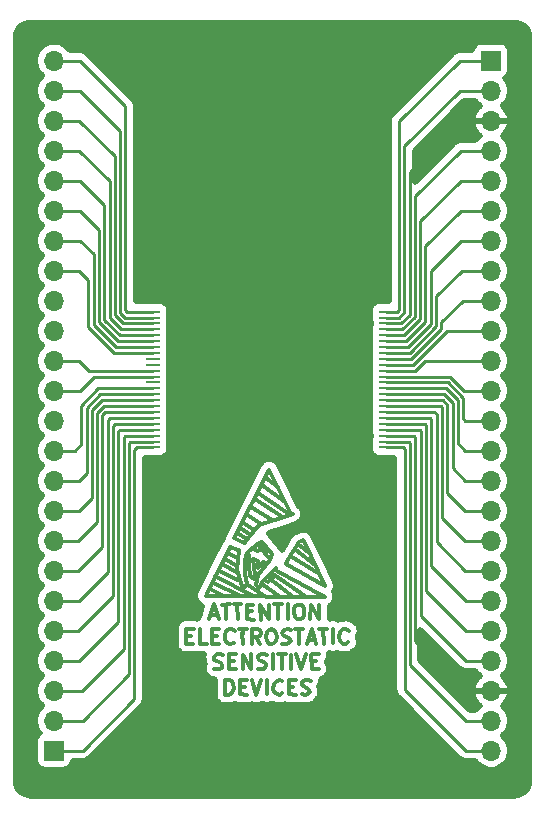
<source format=gbr>
G04 #@! TF.GenerationSoftware,KiCad,Pcbnew,(5.1.5)-3*
G04 #@! TF.CreationDate,2020-03-18T19:13:38-04:00*
G04 #@! TF.ProjectId,SingleBoard,53696e67-6c65-4426-9f61-72642e6b6963,rev?*
G04 #@! TF.SameCoordinates,Original*
G04 #@! TF.FileFunction,Copper,L1,Top*
G04 #@! TF.FilePolarity,Positive*
%FSLAX46Y46*%
G04 Gerber Fmt 4.6, Leading zero omitted, Abs format (unit mm)*
G04 Created by KiCad (PCBNEW (5.1.5)-3) date 2020-03-18 19:13:38*
%MOMM*%
%LPD*%
G04 APERTURE LIST*
%ADD10C,0.304800*%
%ADD11R,1.200899X0.239400*%
%ADD12O,1.700000X1.700000*%
%ADD13R,1.700000X1.700000*%
%ADD14C,0.250000*%
%ADD15C,0.500000*%
G04 APERTURE END LIST*
D10*
X114778760Y-84742700D02*
X115108960Y-84610620D01*
X114499360Y-85171960D02*
X114778760Y-84742700D01*
X114169160Y-85710440D02*
X114499360Y-85171960D01*
X113658620Y-86541020D02*
X114169160Y-85710440D01*
X112190500Y-87511300D02*
X112800100Y-86980440D01*
X111679960Y-88021840D02*
X112190500Y-87511300D01*
X111370080Y-88682240D02*
X111679960Y-88021840D01*
X111138940Y-88372360D02*
X111370080Y-88682240D01*
X111298960Y-87592580D02*
X111138940Y-88372360D01*
X112309880Y-86322580D02*
X111298960Y-87592580D01*
X112459740Y-85812040D02*
X112309880Y-86322580D01*
X111598680Y-84722380D02*
X112459740Y-85812040D01*
X111370080Y-84872240D02*
X111598680Y-84722380D01*
X110529340Y-85502160D02*
X111370080Y-84872240D01*
X110280420Y-85832360D02*
X110529340Y-85502160D01*
X110229620Y-85880620D02*
X110280420Y-85832360D01*
X110150880Y-86421640D02*
X110229620Y-85880620D01*
X110150880Y-87480820D02*
X110150880Y-86421640D01*
X110379480Y-88352040D02*
X110150880Y-87480820D01*
X110008640Y-88771140D02*
X110379480Y-88352040D01*
X109510800Y-87102360D02*
X110008640Y-88771140D01*
X109620020Y-85420880D02*
X109510800Y-87102360D01*
X111349760Y-83350780D02*
X110120400Y-84862080D01*
X113249680Y-82682760D02*
X111349760Y-83350780D01*
X114199640Y-82400820D02*
X113249680Y-82682760D01*
X112309880Y-87460500D02*
X112568960Y-87811020D01*
X112078740Y-88171700D02*
X112109220Y-88171700D01*
X111779020Y-87991360D02*
X112078740Y-88171700D01*
X113610360Y-86652780D02*
X113678940Y-86622300D01*
X116960620Y-88471420D02*
X113610360Y-86652780D01*
X115159760Y-84691900D02*
X116960620Y-88471420D01*
X110100080Y-84841760D02*
X110130560Y-84841760D01*
X109239020Y-84412500D02*
X110100080Y-84841760D01*
X112210820Y-78621300D02*
X109239020Y-84412500D01*
X114090420Y-82352560D02*
X112210820Y-78621300D01*
X116909820Y-89390900D02*
X112868680Y-87181100D01*
X106848880Y-89312160D02*
X116909820Y-89390900D01*
X108908820Y-85151640D02*
X106848880Y-89312160D01*
X109538740Y-85431040D02*
X108908820Y-85151640D01*
X111700280Y-86441960D02*
X111928880Y-86571500D01*
X111271020Y-86980440D02*
X111700280Y-86441960D01*
X111298960Y-86370840D02*
X111271020Y-86980440D01*
X110859540Y-86162560D02*
X111298960Y-86370840D01*
X110989080Y-87562100D02*
X110859540Y-86162560D01*
X110890020Y-87871980D02*
X110989080Y-87562100D01*
X110610620Y-87640840D02*
X110890020Y-87871980D01*
X110481080Y-86802640D02*
X110610620Y-87640840D01*
X110481080Y-85860300D02*
X110481080Y-86802640D01*
X112060960Y-85911100D02*
X112238760Y-86142240D01*
X111580900Y-85382780D02*
X112060960Y-85911100D01*
X111220220Y-85502160D02*
X111580900Y-85382780D01*
X110890020Y-85352300D02*
X111220220Y-85502160D01*
X111911100Y-79332500D02*
X112949960Y-80071640D01*
X111649480Y-79942100D02*
X113579880Y-81341640D01*
X111250700Y-80602500D02*
X113859280Y-82352560D01*
X110989080Y-81130820D02*
X113198880Y-82581160D01*
X110641100Y-81770900D02*
X112459740Y-82911360D01*
X111550420Y-83190760D02*
X111580900Y-83190760D01*
X110280420Y-82400820D02*
X111550420Y-83190760D01*
X109950220Y-83040900D02*
X110968760Y-83731780D01*
X110689360Y-84181360D02*
X110689360Y-84161040D01*
X109769880Y-83551440D02*
X110689360Y-84181360D01*
X109490480Y-84031500D02*
X110310900Y-84511560D01*
X114700020Y-84971300D02*
X115540760Y-85601220D01*
X114451100Y-85431040D02*
X116099560Y-86721360D01*
X114120900Y-86040640D02*
X116378960Y-87381760D01*
X108629420Y-85662180D02*
X109371100Y-86060960D01*
X108449080Y-86162560D02*
X109520960Y-86751840D01*
X108250960Y-86652780D02*
X109538740Y-87381760D01*
X109589540Y-87991360D02*
X109620020Y-87991360D01*
X107969020Y-87201420D02*
X109589540Y-87991360D01*
X107659140Y-87661160D02*
X110859540Y-89312160D01*
X107440700Y-88222500D02*
X109820680Y-89360420D01*
X107229880Y-88750820D02*
X108350020Y-89342640D01*
X110460760Y-88372360D02*
X111979680Y-89390900D01*
X113021080Y-89312160D02*
X113049020Y-89312160D01*
X111649480Y-88301240D02*
X113021080Y-89312160D01*
X112238760Y-87841500D02*
X114169160Y-89291840D01*
X115258820Y-89312160D02*
X115279140Y-89312160D01*
X112520700Y-87460500D02*
X115258820Y-89312160D01*
X111349760Y-85070360D02*
X112060960Y-85580900D01*
X107539760Y-90041140D02*
X107969020Y-91311140D01*
X107130820Y-91311140D02*
X107539760Y-90041140D01*
X107250200Y-90960620D02*
X107849640Y-90970780D01*
X108210320Y-90048760D02*
X108891040Y-90041140D01*
X109221240Y-90041140D02*
X109858780Y-90030980D01*
X108550680Y-90048760D02*
X108581160Y-91280660D01*
X109538740Y-91311140D02*
X109531120Y-90058920D01*
X110338840Y-91280660D02*
X110349000Y-91280660D01*
X110338840Y-90048760D02*
X110338840Y-91280660D01*
X110349000Y-90048760D02*
X110859540Y-90048760D01*
X110379480Y-90650740D02*
X110399800Y-90650740D01*
X110801120Y-90640580D02*
X110379480Y-90650740D01*
X110359160Y-91300980D02*
X110369320Y-91300980D01*
X110900180Y-91318760D02*
X110359160Y-91300980D01*
X112190500Y-91290820D02*
X112190500Y-90058920D01*
X111479300Y-90089400D02*
X112190500Y-91290820D01*
X111489460Y-91328920D02*
X111479300Y-90089400D01*
X112609600Y-90041140D02*
X113310640Y-90041140D01*
X112970280Y-90069080D02*
X112990600Y-91280660D01*
X113780540Y-90030980D02*
X113770380Y-91290820D01*
X114430780Y-90180840D02*
X114639060Y-90058920D01*
X114319020Y-90389120D02*
X114430780Y-90180840D01*
X114319020Y-90709160D02*
X114319020Y-90389120D01*
X114430780Y-91140960D02*
X114319020Y-90709160D01*
X114600960Y-91280660D02*
X114430780Y-91140960D01*
X114809240Y-91300980D02*
X114600960Y-91280660D01*
X115040380Y-91189220D02*
X114809240Y-91300980D01*
X115149600Y-90970780D02*
X115040380Y-91189220D01*
X115159760Y-90671060D02*
X115149600Y-90970780D01*
X115149600Y-90330700D02*
X115159760Y-90671060D01*
X114979420Y-90119880D02*
X115149600Y-90330700D01*
X114750820Y-90048760D02*
X114979420Y-90119880D01*
X116439920Y-91300980D02*
X116429760Y-90069080D01*
X115721100Y-90099560D02*
X116439920Y-91300980D01*
X115710940Y-91290820D02*
X115721100Y-90099560D01*
X105850660Y-92111240D02*
X105210580Y-92111240D01*
X105200420Y-93371080D02*
X105789700Y-93371080D01*
X105210580Y-92111240D02*
X105200420Y-93371080D01*
X105629680Y-92731000D02*
X105251220Y-92720840D01*
X106361200Y-93371080D02*
X106950480Y-93371080D01*
X106368820Y-92101080D02*
X106361200Y-93371080D01*
X107389900Y-93381240D02*
X107958860Y-93381240D01*
X107389900Y-92118860D02*
X107389900Y-93381240D01*
X107440700Y-92731000D02*
X107791220Y-92731000D01*
X107389900Y-92118860D02*
X107958860Y-92118860D01*
X107400060Y-92129020D02*
X107389900Y-92118860D01*
X108880880Y-93371080D02*
X109228860Y-93289800D01*
X108670060Y-93269480D02*
X108880880Y-93371080D01*
X108510040Y-93020560D02*
X108670060Y-93269480D01*
X108489720Y-92659880D02*
X108510040Y-93020560D01*
X108588780Y-92289040D02*
X108489720Y-92659880D01*
X108840240Y-92139180D02*
X108588780Y-92289040D01*
X109061220Y-92139180D02*
X108840240Y-92139180D01*
X109299980Y-92250940D02*
X109061220Y-92139180D01*
X109650500Y-92118860D02*
X110321060Y-92118860D01*
X109950220Y-92499860D02*
X109970540Y-93371080D01*
X109970540Y-92129020D02*
X109990860Y-92129020D01*
X109960380Y-92520180D02*
X109970540Y-92129020D01*
X110829060Y-92779260D02*
X110839220Y-92779260D01*
X111230380Y-92779260D02*
X110829060Y-92779260D01*
X111400560Y-92690360D02*
X111230380Y-92779260D01*
X111489460Y-92499860D02*
X111400560Y-92690360D01*
X111400560Y-92240780D02*
X111489460Y-92499860D01*
X111210060Y-92129020D02*
X111400560Y-92240780D01*
X110770640Y-92139180D02*
X111210060Y-92129020D01*
X110770640Y-93360920D02*
X110770640Y-92139180D01*
X111121160Y-92819900D02*
X111479300Y-93360920D01*
X112180340Y-92179820D02*
X112360680Y-92169660D01*
X112030480Y-92370320D02*
X112180340Y-92179820D01*
X111959360Y-92789420D02*
X112030480Y-92370320D01*
X112030480Y-93109460D02*
X111959360Y-92789420D01*
X112238760Y-93371080D02*
X112030480Y-93109460D01*
X112459740Y-93381240D02*
X112238760Y-93371080D01*
X112650240Y-93330440D02*
X112459740Y-93381240D01*
X112769620Y-93170420D02*
X112650240Y-93330440D01*
X112840740Y-92789420D02*
X112769620Y-93170420D01*
X112779780Y-92421120D02*
X112840740Y-92789420D01*
X112640080Y-92200140D02*
X112779780Y-92421120D01*
X112391160Y-92129020D02*
X112640080Y-92200140D01*
X113630680Y-93399020D02*
X113320800Y-93360920D01*
X113879600Y-93320280D02*
X113630680Y-93399020D01*
X114029460Y-93150100D02*
X113879600Y-93320280D01*
X113920240Y-92880860D02*
X114029460Y-93150100D01*
X113668780Y-92769100D02*
X113920240Y-92880860D01*
X113369060Y-92609080D02*
X113668780Y-92769100D01*
X113310640Y-92421120D02*
X113369060Y-92609080D01*
X113450340Y-92169660D02*
X113310640Y-92421120D01*
X113811020Y-92111240D02*
X113450340Y-92169660D01*
X114039620Y-92179820D02*
X113811020Y-92111240D01*
X114430780Y-92118860D02*
X115081020Y-92118860D01*
X114740660Y-92129020D02*
X114760980Y-93371080D01*
X115799840Y-92149340D02*
X116201160Y-93371080D01*
X115380740Y-93381240D02*
X115799840Y-92149340D01*
X115510280Y-93020560D02*
X116041140Y-93020560D01*
X116460240Y-92149340D02*
X117151120Y-92139180D01*
X116800600Y-92149340D02*
X116831080Y-93371080D01*
X117631180Y-92111240D02*
X117631180Y-93340600D01*
X118741160Y-93360920D02*
X118918960Y-93249160D01*
X118449060Y-93360920D02*
X118741160Y-93360920D01*
X118200140Y-93160260D02*
X118449060Y-93360920D01*
X118149340Y-92758940D02*
X118200140Y-93160260D01*
X118240780Y-92339840D02*
X118149340Y-92758940D01*
X118479540Y-92139180D02*
X118240780Y-92339840D01*
X118710680Y-92118860D02*
X118479540Y-92139180D01*
X118979920Y-92271260D02*
X118710680Y-92118860D01*
X107638820Y-95489440D02*
X107570240Y-95469120D01*
X107979180Y-95550400D02*
X107638820Y-95489440D01*
X108210320Y-95441180D02*
X107979180Y-95550400D01*
X108261120Y-95169400D02*
X108210320Y-95441180D01*
X108129040Y-94961120D02*
X108261120Y-95169400D01*
X107798840Y-94829040D02*
X108129040Y-94961120D01*
X107570240Y-94709660D02*
X107798840Y-94829040D01*
X107549920Y-94498840D02*
X107570240Y-94709660D01*
X107781060Y-94270240D02*
X107549920Y-94498840D01*
X108090940Y-94260080D02*
X107781060Y-94270240D01*
X108299220Y-94321040D02*
X108090940Y-94260080D01*
X109399040Y-94260080D02*
X108850400Y-94260080D01*
X109228860Y-94839200D02*
X108830080Y-94829040D01*
X108840240Y-95499600D02*
X108819920Y-94270240D01*
X109439680Y-95530080D02*
X108840240Y-95499600D01*
X110679200Y-95509760D02*
X110679200Y-94270240D01*
X109990860Y-94331200D02*
X110679200Y-95509760D01*
X109990860Y-95499600D02*
X109990860Y-94331200D01*
X111550420Y-95509760D02*
X111281180Y-95469120D01*
X111789180Y-95489440D02*
X111550420Y-95509760D01*
X111959360Y-95288780D02*
X111789180Y-95489440D01*
X111928880Y-95090660D02*
X111959360Y-95288780D01*
X111761240Y-94940800D02*
X111928880Y-95090660D01*
X111540260Y-94869680D02*
X111761240Y-94940800D01*
X111339600Y-94780780D02*
X111540260Y-94869680D01*
X111240540Y-94590280D02*
X111339600Y-94780780D01*
X111309120Y-94379460D02*
X111240540Y-94590280D01*
X111519940Y-94260080D02*
X111309120Y-94379460D01*
X111789180Y-94229600D02*
X111519940Y-94260080D01*
X112000000Y-94321040D02*
X111789180Y-94229600D01*
X112510540Y-94219440D02*
X112510540Y-95479280D01*
X112960120Y-94270240D02*
X113630680Y-94280400D01*
X113300480Y-95479280D02*
X113310640Y-95479280D01*
X113290320Y-94290560D02*
X113300480Y-95479280D01*
X114100580Y-94290560D02*
X114090420Y-95489440D01*
X114921000Y-95489440D02*
X115360420Y-94270240D01*
X114509520Y-94270240D02*
X114921000Y-95489440D01*
X116399280Y-94260080D02*
X115799840Y-94270240D01*
X115799840Y-95509760D02*
X115779520Y-94290560D01*
X116409440Y-95530080D02*
X115799840Y-95509760D01*
X116208780Y-94829040D02*
X115850640Y-94839200D01*
X108870720Y-96439400D02*
X108571000Y-96429240D01*
X109040900Y-96530840D02*
X108870720Y-96439400D01*
X109160280Y-96769600D02*
X109040900Y-96530840D01*
X109200920Y-97099800D02*
X109160280Y-96769600D01*
X109089160Y-97501120D02*
X109200920Y-97099800D01*
X108819920Y-97678920D02*
X109089160Y-97501120D01*
X108499880Y-97678920D02*
X108819920Y-97678920D01*
X108499880Y-96439400D02*
X108499880Y-97678920D01*
X109739400Y-97661140D02*
X110359160Y-97678920D01*
X109769880Y-96419080D02*
X109739400Y-97661140D01*
X110369320Y-96419080D02*
X109769880Y-96419080D01*
X109841000Y-97038840D02*
X109841000Y-97021060D01*
X110178820Y-97010900D02*
X109841000Y-97038840D01*
X111138940Y-97678920D02*
X111560580Y-96419080D01*
X110719840Y-96408920D02*
X111138940Y-97678920D01*
X112000000Y-96419080D02*
X112000000Y-97661140D01*
X113310640Y-97569700D02*
X113320800Y-97559540D01*
X113160780Y-97689080D02*
X113310640Y-97569700D01*
X112899160Y-97650980D02*
X113160780Y-97689080D01*
X112619760Y-97480800D02*
X112899160Y-97650980D01*
X112520700Y-97181080D02*
X112619760Y-97480800D01*
X112599440Y-96779760D02*
X112520700Y-97181080D01*
X112850900Y-96490200D02*
X112599440Y-96779760D01*
X113099820Y-96439400D02*
X112850900Y-96490200D01*
X113310640Y-96530840D02*
X113099820Y-96439400D01*
X113879600Y-97661140D02*
X114451100Y-97678920D01*
X113869440Y-96439400D02*
X113879600Y-97661140D01*
X114479040Y-96419080D02*
X113869440Y-96439400D01*
X114199640Y-97010900D02*
X113889760Y-97021060D01*
X114979420Y-97650980D02*
X114989580Y-97640820D01*
X115210560Y-97689080D02*
X114979420Y-97650980D01*
X115520440Y-97640820D02*
X115210560Y-97689080D01*
X115660140Y-97450320D02*
X115520440Y-97640820D01*
X115540760Y-97160760D02*
X115660140Y-97450320D01*
X115279140Y-97059160D02*
X115540760Y-97160760D01*
X114999740Y-96840720D02*
X115279140Y-97059160D01*
X114999740Y-96599420D02*
X114999740Y-96840720D01*
X115230880Y-96429240D02*
X114999740Y-96599420D01*
X115500120Y-96429240D02*
X115230880Y-96429240D01*
X115721100Y-96520680D02*
X115500120Y-96429240D01*
D11*
X122096048Y-65249999D03*
X122096048Y-65750000D03*
X122096048Y-66249999D03*
X122096048Y-66750001D03*
X122096048Y-67250000D03*
X122096048Y-67749999D03*
X122096048Y-68250000D03*
X122096048Y-68749999D03*
X122096048Y-69250001D03*
X122096048Y-69750000D03*
X122096048Y-70249999D03*
X122096048Y-70750000D03*
X122096048Y-71250000D03*
X122096048Y-71749998D03*
X122096048Y-72250000D03*
X122096048Y-72749999D03*
X122096048Y-73250001D03*
X122096048Y-73750000D03*
X122096048Y-74249999D03*
X122096048Y-74750000D03*
X122096048Y-75249999D03*
X122096048Y-75750001D03*
X122096048Y-76250000D03*
X122096048Y-76749999D03*
X102403952Y-76750001D03*
X102403952Y-76250000D03*
X102403952Y-75750001D03*
X102403952Y-75249999D03*
X102403952Y-74750000D03*
X102403952Y-74250001D03*
X102403952Y-73750000D03*
X102403952Y-73250001D03*
X102403952Y-72749999D03*
X102403952Y-72250000D03*
X102403952Y-71750001D03*
X102403952Y-71250000D03*
X102403952Y-70750000D03*
X102403952Y-70249999D03*
X102403952Y-69750000D03*
X102403952Y-69250001D03*
X102403952Y-68749999D03*
X102403952Y-68250000D03*
X102403952Y-67749999D03*
X102403952Y-67250000D03*
X102403952Y-66750001D03*
X102403952Y-66249999D03*
X102403952Y-65750000D03*
X102403952Y-65250001D03*
D12*
X131000000Y-102420000D03*
X131000000Y-99880000D03*
X131000000Y-97340000D03*
X131000000Y-94800000D03*
X131000000Y-92260000D03*
X131000000Y-89720000D03*
X131000000Y-87180000D03*
X131000000Y-84640000D03*
X131000000Y-82100000D03*
X131000000Y-79560000D03*
X131000000Y-77020000D03*
X131000000Y-74480000D03*
X131000000Y-71940000D03*
X131000000Y-69400000D03*
X131000000Y-66860000D03*
X131000000Y-64320000D03*
X131000000Y-61780000D03*
X131000000Y-59240000D03*
X131000000Y-56700000D03*
X131000000Y-54160000D03*
X131000000Y-51620000D03*
X131000000Y-49080000D03*
X131000000Y-46540000D03*
D13*
X131000000Y-44000000D03*
D12*
X94000000Y-44000000D03*
X94000000Y-46540000D03*
X94000000Y-49080000D03*
X94000000Y-51620000D03*
X94000000Y-54160000D03*
X94000000Y-56700000D03*
X94000000Y-59240000D03*
X94000000Y-61780000D03*
X94000000Y-64320000D03*
X94000000Y-66860000D03*
X94000000Y-69400000D03*
X94000000Y-71940000D03*
X94000000Y-74480000D03*
X94000000Y-77020000D03*
X94000000Y-79560000D03*
X94000000Y-82100000D03*
X94000000Y-84640000D03*
X94000000Y-87180000D03*
X94000000Y-89720000D03*
X94000000Y-92260000D03*
X94000000Y-94800000D03*
X94000000Y-97340000D03*
X94000000Y-99880000D03*
D13*
X94000000Y-102420000D03*
D14*
X96200000Y-44000000D02*
X94000000Y-44000000D01*
X102403952Y-65250001D02*
X100150001Y-65250001D01*
X100050000Y-47850000D02*
X96200000Y-44000000D01*
X100050000Y-65150000D02*
X100050000Y-47850000D01*
X100150001Y-65250001D02*
X100050000Y-65150000D01*
X96190000Y-46540000D02*
X94000000Y-46540000D01*
X99600000Y-49950000D02*
X96190000Y-46540000D01*
X99600000Y-65350000D02*
X99600000Y-49950000D01*
X102403952Y-65750000D02*
X100000000Y-65750000D01*
X100000000Y-65750000D02*
X99600000Y-65350000D01*
X96130000Y-49080000D02*
X94000000Y-49080000D01*
X99150000Y-52100000D02*
X96130000Y-49080000D01*
X99150000Y-65550000D02*
X99150000Y-52100000D01*
X102403952Y-66249999D02*
X99850000Y-66250000D01*
X99850000Y-66250000D02*
X99150000Y-65550000D01*
X96120000Y-51620000D02*
X94000000Y-51620000D01*
X98700000Y-54200000D02*
X96120000Y-51620000D01*
X102403952Y-66750001D02*
X99700000Y-66750000D01*
X98700000Y-65750000D02*
X98700000Y-54200000D01*
X99700000Y-66750000D02*
X98700000Y-65750000D01*
X98250000Y-65950000D02*
X98250000Y-56250000D01*
X96160000Y-54160000D02*
X94000000Y-54160000D01*
X102403952Y-67250000D02*
X99550000Y-67250000D01*
X98250000Y-56250000D02*
X96160000Y-54160000D01*
X99550000Y-67250000D02*
X98250000Y-65950000D01*
X96200000Y-56700000D02*
X94000000Y-56700000D01*
X97800000Y-66150000D02*
X97800000Y-58300000D01*
X97800000Y-58300000D02*
X96200000Y-56700000D01*
X102403952Y-67749999D02*
X99400000Y-67750000D01*
X99400000Y-67750000D02*
X97800000Y-66150000D01*
X97350000Y-60400000D02*
X96190000Y-59240000D01*
X97350000Y-66350000D02*
X97350000Y-60400000D01*
X96190000Y-59240000D02*
X94000000Y-59240000D01*
X102403952Y-68250000D02*
X99250000Y-68250000D01*
X99250000Y-68250000D02*
X97350000Y-66350000D01*
X96130000Y-61780000D02*
X94000000Y-61780000D01*
X96900000Y-66550000D02*
X96900000Y-62550000D01*
X102403952Y-68749999D02*
X99100000Y-68750000D01*
X96900000Y-62550000D02*
X96130000Y-61780000D01*
X99100000Y-68750000D02*
X96900000Y-66550000D01*
X96150000Y-69400000D02*
X94000000Y-69400000D01*
X102403952Y-70249999D02*
X97000000Y-70250000D01*
X97000000Y-70250000D02*
X96150000Y-69400000D01*
X96210000Y-71940000D02*
X94000000Y-71940000D01*
X102403952Y-70750000D02*
X97400000Y-70750000D01*
X97400000Y-70750000D02*
X96210000Y-71940000D01*
X96300000Y-76500000D02*
X95780000Y-77020000D01*
X96300000Y-73200000D02*
X96300000Y-76500000D01*
X95780000Y-77020000D02*
X94000000Y-77020000D01*
X102403952Y-71750001D02*
X97749999Y-71750001D01*
X97749999Y-71750001D02*
X96300000Y-73200000D01*
X96140000Y-79560000D02*
X94000000Y-79560000D01*
X96750000Y-73400000D02*
X96750000Y-78950000D01*
X96750000Y-78950000D02*
X96140000Y-79560000D01*
X102403952Y-72250000D02*
X97900000Y-72250000D01*
X97900000Y-72250000D02*
X96750000Y-73400000D01*
X101153952Y-72749999D02*
X98050001Y-72749999D01*
X98050001Y-72749999D02*
X97200000Y-73600000D01*
X97200000Y-73600000D02*
X97200000Y-81050000D01*
X96150000Y-82100000D02*
X94000000Y-82100000D01*
X97200000Y-81050000D02*
X96150000Y-82100000D01*
X101153952Y-72749999D02*
X102403952Y-72749999D01*
X97650000Y-83050000D02*
X96060000Y-84640000D01*
X97650000Y-73800000D02*
X97650000Y-83050000D01*
X102403952Y-73250001D02*
X98199999Y-73250001D01*
X96060000Y-84640000D02*
X94000000Y-84640000D01*
X98199999Y-73250001D02*
X97650000Y-73800000D01*
X98100000Y-85150000D02*
X96070000Y-87180000D01*
X98100000Y-74000000D02*
X98100000Y-85150000D01*
X96070000Y-87180000D02*
X94000000Y-87180000D01*
X102403952Y-73750000D02*
X98350000Y-73750000D01*
X98350000Y-73750000D02*
X98100000Y-74000000D01*
X98550000Y-87300000D02*
X96130000Y-89720000D01*
X96130000Y-89720000D02*
X94000000Y-89720000D01*
X98550000Y-74400000D02*
X98550000Y-87300000D01*
X102403952Y-74250001D02*
X98699999Y-74250001D01*
X98699999Y-74250001D02*
X98550000Y-74400000D01*
X96040000Y-92260000D02*
X94000000Y-92260000D01*
X99000000Y-89300000D02*
X96040000Y-92260000D01*
X99000000Y-74950000D02*
X99000000Y-89300000D01*
X102403952Y-74750000D02*
X99200000Y-74750000D01*
X99200000Y-74750000D02*
X99000000Y-74950000D01*
X96150000Y-94800000D02*
X94000000Y-94800000D01*
X99450000Y-75400000D02*
X99450000Y-91500000D01*
X99450000Y-91500000D02*
X96150000Y-94800000D01*
X102403952Y-75249999D02*
X99600000Y-75250000D01*
X99600000Y-75250000D02*
X99450000Y-75400000D01*
X96360000Y-97340000D02*
X94000000Y-97340000D01*
X99900000Y-75850000D02*
X99900000Y-93800000D01*
X99900000Y-93800000D02*
X96360000Y-97340000D01*
X102403952Y-75750001D02*
X100000000Y-75750000D01*
X100000000Y-75750000D02*
X99900000Y-75850000D01*
X102403952Y-76250000D02*
X100450000Y-76250000D01*
X100450000Y-76250000D02*
X100350000Y-76350000D01*
X100350000Y-76350000D02*
X100350000Y-95950000D01*
X96420000Y-99880000D02*
X94000000Y-99880000D01*
X100350000Y-95950000D02*
X96420000Y-99880000D01*
X96430000Y-102420000D02*
X94000000Y-102420000D01*
X100800000Y-98050000D02*
X96430000Y-102420000D01*
X100800000Y-76950000D02*
X100800000Y-98050000D01*
X102403952Y-76750001D02*
X101000000Y-76750000D01*
X101000000Y-76750000D02*
X100800000Y-76950000D01*
X123700000Y-76900000D02*
X123700000Y-97250000D01*
X122096048Y-76749999D02*
X123550000Y-76750000D01*
X128870000Y-102420000D02*
X131000000Y-102420000D01*
X123700000Y-97250000D02*
X128870000Y-102420000D01*
X123550000Y-76750000D02*
X123700000Y-76900000D01*
X122096048Y-76250000D02*
X124050000Y-76250000D01*
X124050000Y-76250000D02*
X124150000Y-76350000D01*
X124150000Y-76350000D02*
X124150000Y-95150000D01*
X128880000Y-99880000D02*
X131000000Y-99880000D01*
X124150000Y-95150000D02*
X128880000Y-99880000D01*
X122096048Y-75249999D02*
X122946498Y-75250000D01*
X122946498Y-75250000D02*
X124950000Y-75250000D01*
X124950000Y-75250000D02*
X125050000Y-75350000D01*
X125050000Y-75350000D02*
X125050000Y-91000000D01*
X128850000Y-94800000D02*
X131000000Y-94800000D01*
X125050000Y-91000000D02*
X128850000Y-94800000D01*
X122096048Y-74750000D02*
X125400000Y-74750000D01*
X125400000Y-74750000D02*
X125500000Y-74850000D01*
X125500000Y-74850000D02*
X125500000Y-88900000D01*
X128860000Y-92260000D02*
X131000000Y-92260000D01*
X125500000Y-88900000D02*
X128860000Y-92260000D01*
X122096048Y-74249999D02*
X122946498Y-74250000D01*
X122946498Y-74250000D02*
X125850000Y-74250000D01*
X125850000Y-74250000D02*
X125950000Y-74350000D01*
X125950000Y-74350000D02*
X125950000Y-86750000D01*
X128920000Y-89720000D02*
X131000000Y-89720000D01*
X125950000Y-86750000D02*
X128920000Y-89720000D01*
X126400000Y-84750000D02*
X128830000Y-87180000D01*
X126400000Y-73950000D02*
X126400000Y-84750000D01*
X128830000Y-87180000D02*
X131000000Y-87180000D01*
X122096048Y-73750000D02*
X126200000Y-73750000D01*
X126200000Y-73750000D02*
X126400000Y-73950000D01*
X122096048Y-73250001D02*
X126750001Y-73250001D01*
X126750001Y-73250001D02*
X126850000Y-73350000D01*
X126850000Y-73350000D02*
X126850000Y-82700000D01*
X128790000Y-84640000D02*
X131000000Y-84640000D01*
X126850000Y-82700000D02*
X128790000Y-84640000D01*
X122096048Y-72749999D02*
X122946498Y-72750000D01*
X122946498Y-72750000D02*
X126900000Y-72750000D01*
X126900000Y-72750000D02*
X127300000Y-73150000D01*
X127300000Y-73150000D02*
X127300000Y-80600000D01*
X128800000Y-82100000D02*
X131000000Y-82100000D01*
X127300000Y-80600000D02*
X128800000Y-82100000D01*
X127750000Y-78500000D02*
X128810000Y-79560000D01*
X128810000Y-79560000D02*
X131000000Y-79560000D01*
X127750000Y-72950000D02*
X127750000Y-78500000D01*
X122096048Y-72250000D02*
X127050000Y-72250000D01*
X127050000Y-72250000D02*
X127750000Y-72950000D01*
X122096048Y-71749998D02*
X127199998Y-71749998D01*
X127199998Y-71749998D02*
X128200000Y-72750000D01*
X128200000Y-72750000D02*
X128200000Y-76400000D01*
X128820000Y-77020000D02*
X131000000Y-77020000D01*
X128200000Y-76400000D02*
X128820000Y-77020000D01*
X128830000Y-74480000D02*
X131000000Y-74480000D01*
X128650000Y-74300000D02*
X128830000Y-74480000D01*
X128650000Y-72550000D02*
X128650000Y-74300000D01*
X122096048Y-71250000D02*
X127350000Y-71250000D01*
X127350000Y-71250000D02*
X128650000Y-72550000D01*
X128690000Y-71940000D02*
X131000000Y-71940000D01*
X122096048Y-70750000D02*
X127500000Y-70750000D01*
X127500000Y-70750000D02*
X128690000Y-71940000D01*
X125400000Y-69400000D02*
X131000000Y-69400000D01*
X122096048Y-70249999D02*
X124550000Y-70250000D01*
X124550000Y-70250000D02*
X125400000Y-69400000D01*
X127310000Y-66860000D02*
X131000000Y-66860000D01*
X127300000Y-66850000D02*
X127310000Y-66860000D01*
X122096048Y-69750000D02*
X124400000Y-69750000D01*
X124400000Y-69750000D02*
X127300000Y-66850000D01*
X122096048Y-69250001D02*
X124249999Y-69250001D01*
X124249999Y-69250001D02*
X126800000Y-66700000D01*
X126800000Y-66700000D02*
X126800000Y-66150000D01*
X128630000Y-64320000D02*
X131000000Y-64320000D01*
X126800000Y-66150000D02*
X128630000Y-64320000D01*
X122096048Y-68749999D02*
X124100001Y-68749999D01*
X124100001Y-68749999D02*
X126350000Y-66500000D01*
X126350000Y-66500000D02*
X126350000Y-63950000D01*
X128520000Y-61780000D02*
X131000000Y-61780000D01*
X126350000Y-63950000D02*
X128520000Y-61780000D01*
X128460000Y-59240000D02*
X131000000Y-59240000D01*
X125900000Y-61800000D02*
X128460000Y-59240000D01*
X122096048Y-68250000D02*
X123950000Y-68250000D01*
X125900000Y-66300000D02*
X125900000Y-61800000D01*
X123950000Y-68250000D02*
X125900000Y-66300000D01*
X122096048Y-67749999D02*
X123800001Y-67749999D01*
X123800001Y-67749999D02*
X125450000Y-66100000D01*
X125450000Y-66100000D02*
X125450000Y-59700000D01*
X128450000Y-56700000D02*
X131000000Y-56700000D01*
X125450000Y-59700000D02*
X128450000Y-56700000D01*
X125000000Y-57600000D02*
X128440000Y-54160000D01*
X125000000Y-65900000D02*
X125000000Y-57600000D01*
X122096048Y-67250000D02*
X123650000Y-67250000D01*
X128440000Y-54160000D02*
X131000000Y-54160000D01*
X123650000Y-67250000D02*
X125000000Y-65900000D01*
X128430000Y-51620000D02*
X131000000Y-51620000D01*
X124550000Y-65700000D02*
X124550000Y-55500000D01*
X122096048Y-66750001D02*
X123500000Y-66750000D01*
X124550000Y-55500000D02*
X128430000Y-51620000D01*
X123500000Y-66750000D02*
X124550000Y-65700000D01*
X123650000Y-51250000D02*
X128360000Y-46540000D01*
X128360000Y-46540000D02*
X131000000Y-46540000D01*
X123650000Y-65300000D02*
X123650000Y-51250000D01*
X122096048Y-65750000D02*
X123200000Y-65750000D01*
X123200000Y-65750000D02*
X123650000Y-65300000D01*
X122096048Y-65249999D02*
X123050001Y-65249999D01*
X123050001Y-65249999D02*
X123200000Y-65100000D01*
X123200000Y-65100000D02*
X123200000Y-49150000D01*
X128350000Y-44000000D02*
X131000000Y-44000000D01*
X123200000Y-49150000D02*
X128350000Y-44000000D01*
X122096048Y-66249999D02*
X123350001Y-66249999D01*
X123350001Y-66249999D02*
X124100000Y-65500000D01*
X124100000Y-65500000D02*
X124100000Y-53400000D01*
X128420000Y-49080000D02*
X131000000Y-49080000D01*
X124100000Y-53400000D02*
X128420000Y-49080000D01*
X122096048Y-75750001D02*
X124450001Y-75750001D01*
X124450001Y-75750001D02*
X124600000Y-75900000D01*
X124600000Y-75900000D02*
X124600000Y-93100000D01*
X128840000Y-97340000D02*
X131000000Y-97340000D01*
X124600000Y-93100000D02*
X128840000Y-97340000D01*
D15*
G36*
X133237213Y-40801975D02*
G01*
X133465397Y-40870868D01*
X133675848Y-40982768D01*
X133860558Y-41133414D01*
X134012490Y-41317066D01*
X134125855Y-41526732D01*
X134196339Y-41754429D01*
X134225000Y-42027115D01*
X134225001Y-104962088D01*
X134198024Y-105237213D01*
X134129132Y-105465396D01*
X134017234Y-105675846D01*
X133866587Y-105860558D01*
X133682931Y-106012491D01*
X133473268Y-106125855D01*
X133245569Y-106196339D01*
X132972885Y-106225000D01*
X92037902Y-106225000D01*
X91762787Y-106198024D01*
X91534604Y-106129132D01*
X91324154Y-106017234D01*
X91139442Y-105866587D01*
X90987509Y-105682931D01*
X90874145Y-105473268D01*
X90803661Y-105245569D01*
X90775000Y-104972885D01*
X90775000Y-101570000D01*
X92396372Y-101570000D01*
X92396372Y-103270000D01*
X92410853Y-103417026D01*
X92453739Y-103558401D01*
X92523381Y-103688693D01*
X92617105Y-103802895D01*
X92731307Y-103896619D01*
X92861599Y-103966261D01*
X93002974Y-104009147D01*
X93150000Y-104023628D01*
X94850000Y-104023628D01*
X94997026Y-104009147D01*
X95138401Y-103966261D01*
X95268693Y-103896619D01*
X95382895Y-103802895D01*
X95476619Y-103688693D01*
X95546261Y-103558401D01*
X95589147Y-103417026D01*
X95601166Y-103295000D01*
X96387021Y-103295000D01*
X96430000Y-103299233D01*
X96472979Y-103295000D01*
X96601530Y-103282339D01*
X96766468Y-103232305D01*
X96918476Y-103151056D01*
X97051712Y-103041712D01*
X97079117Y-103008319D01*
X101388319Y-98699117D01*
X101421712Y-98671712D01*
X101531056Y-98538476D01*
X101612305Y-98386468D01*
X101650694Y-98259920D01*
X101662339Y-98221531D01*
X101679233Y-98050001D01*
X101675000Y-98007022D01*
X101675000Y-93371080D01*
X104293654Y-93371080D01*
X104302013Y-93455955D01*
X104309680Y-93540803D01*
X104310717Y-93544322D01*
X104311077Y-93547981D01*
X104335840Y-93629613D01*
X104359906Y-93711316D01*
X104361610Y-93714567D01*
X104362677Y-93718084D01*
X104402885Y-93793306D01*
X104442434Y-93868755D01*
X104444740Y-93871611D01*
X104446472Y-93874852D01*
X104500601Y-93940809D01*
X104554091Y-94007068D01*
X104556907Y-94009417D01*
X104559240Y-94012260D01*
X104625229Y-94066416D01*
X104690585Y-94120940D01*
X104693805Y-94122694D01*
X104696648Y-94125028D01*
X104771914Y-94165259D01*
X104846672Y-94205997D01*
X104850175Y-94207090D01*
X104853416Y-94208823D01*
X104935050Y-94233586D01*
X105016353Y-94258967D01*
X105020002Y-94259356D01*
X105023519Y-94260423D01*
X105108413Y-94268784D01*
X105193108Y-94277816D01*
X105241096Y-94273480D01*
X105834029Y-94273480D01*
X105966601Y-94260423D01*
X106075450Y-94227404D01*
X106096796Y-94233879D01*
X106178967Y-94259345D01*
X106181681Y-94259629D01*
X106184299Y-94260423D01*
X106270170Y-94268880D01*
X106355760Y-94277829D01*
X106402810Y-94273480D01*
X106674773Y-94273480D01*
X106674274Y-94275965D01*
X106661569Y-94317029D01*
X106656798Y-94362876D01*
X106647708Y-94408080D01*
X106647618Y-94451079D01*
X106643169Y-94493831D01*
X106647433Y-94539726D01*
X106647430Y-94541292D01*
X106651558Y-94584117D01*
X106659614Y-94670825D01*
X106660060Y-94672324D01*
X106668258Y-94757382D01*
X106668737Y-94807203D01*
X106685816Y-94888954D01*
X106701972Y-94971069D01*
X106704002Y-94975998D01*
X106705089Y-94981203D01*
X106737791Y-95058056D01*
X106750596Y-95089153D01*
X106700835Y-95211519D01*
X106667285Y-95386081D01*
X106668434Y-95563833D01*
X106704241Y-95737947D01*
X106773327Y-95901730D01*
X106873037Y-96048888D01*
X106999541Y-96173766D01*
X107147976Y-96271564D01*
X107271377Y-96321746D01*
X107302768Y-96331047D01*
X107307900Y-96333665D01*
X107387939Y-96356282D01*
X107424962Y-96367252D01*
X107430579Y-96368332D01*
X107436094Y-96369890D01*
X107474166Y-96376709D01*
X107555781Y-96392395D01*
X107561539Y-96392358D01*
X107597480Y-96398795D01*
X107597481Y-97634581D01*
X107593114Y-97678920D01*
X107610537Y-97855821D01*
X107662137Y-98025924D01*
X107745932Y-98182692D01*
X107858700Y-98320100D01*
X107996108Y-98432868D01*
X108152876Y-98516663D01*
X108322979Y-98568263D01*
X108455551Y-98581320D01*
X108499880Y-98585686D01*
X108544209Y-98581320D01*
X108773151Y-98581320D01*
X108815012Y-98585672D01*
X108861794Y-98581320D01*
X108864249Y-98581320D01*
X108906041Y-98577204D01*
X108992005Y-98569207D01*
X108994366Y-98568505D01*
X108996821Y-98568263D01*
X109079636Y-98543141D01*
X109162385Y-98518528D01*
X109164562Y-98517380D01*
X109166924Y-98516663D01*
X109243292Y-98475843D01*
X109280206Y-98456368D01*
X109282240Y-98455025D01*
X109296506Y-98447399D01*
X109368515Y-98488587D01*
X109370309Y-98489188D01*
X109371949Y-98490117D01*
X109454480Y-98517381D01*
X109537069Y-98545044D01*
X109538943Y-98545283D01*
X109540735Y-98545875D01*
X109627160Y-98556534D01*
X109669212Y-98561897D01*
X109671081Y-98561951D01*
X109717155Y-98567633D01*
X109759713Y-98564493D01*
X110377592Y-98582220D01*
X110510484Y-98572970D01*
X110681997Y-98526269D01*
X110745834Y-98494466D01*
X110791727Y-98512186D01*
X110851156Y-98538806D01*
X110874489Y-98544141D01*
X110896814Y-98552761D01*
X110960962Y-98563913D01*
X111024441Y-98578428D01*
X111048364Y-98579108D01*
X111071944Y-98583208D01*
X111137038Y-98581631D01*
X111202125Y-98583482D01*
X111225723Y-98579482D01*
X111249649Y-98578902D01*
X111313193Y-98564654D01*
X111377383Y-98553773D01*
X111399740Y-98545249D01*
X111423100Y-98540011D01*
X111482652Y-98513636D01*
X111543476Y-98490445D01*
X111563742Y-98477722D01*
X111585630Y-98468028D01*
X111589792Y-98465099D01*
X111652997Y-98498883D01*
X111823100Y-98550483D01*
X112000000Y-98567906D01*
X112176901Y-98550483D01*
X112347004Y-98498883D01*
X112456808Y-98440191D01*
X112511530Y-98465895D01*
X112587613Y-98502545D01*
X112591919Y-98503656D01*
X112595942Y-98505546D01*
X112677915Y-98525849D01*
X112759730Y-98546962D01*
X112808612Y-98549712D01*
X113001136Y-98577749D01*
X113058779Y-98590090D01*
X113133248Y-98591174D01*
X113207670Y-98594633D01*
X113222017Y-98592466D01*
X113236517Y-98592677D01*
X113309761Y-98579213D01*
X113383434Y-98568085D01*
X113397081Y-98563161D01*
X113411345Y-98560539D01*
X113480563Y-98533041D01*
X113550641Y-98507757D01*
X113553719Y-98505901D01*
X113607782Y-98521812D01*
X113675130Y-98544551D01*
X113692902Y-98546861D01*
X113710101Y-98551923D01*
X113780905Y-98558302D01*
X113807232Y-98561725D01*
X113825043Y-98562279D01*
X113887140Y-98567874D01*
X113913682Y-98565037D01*
X114467346Y-98582262D01*
X114600260Y-98573333D01*
X114764938Y-98528922D01*
X114802519Y-98540322D01*
X114861674Y-98546148D01*
X114986581Y-98566737D01*
X114996604Y-98570242D01*
X115074177Y-98581176D01*
X115107531Y-98586674D01*
X115118059Y-98587361D01*
X115172621Y-98595052D01*
X115206551Y-98593139D01*
X115240462Y-98595353D01*
X115295086Y-98588147D01*
X115305622Y-98587553D01*
X115339032Y-98582350D01*
X115416692Y-98572105D01*
X115426745Y-98568690D01*
X115614684Y-98539420D01*
X115658320Y-98537041D01*
X115702271Y-98525780D01*
X115703104Y-98525650D01*
X115745699Y-98514653D01*
X115830514Y-98492921D01*
X115831267Y-98492560D01*
X115832088Y-98492348D01*
X115911635Y-98454018D01*
X115990794Y-98416056D01*
X115991469Y-98415550D01*
X115992224Y-98415186D01*
X116062423Y-98362332D01*
X116132997Y-98309398D01*
X116133559Y-98308771D01*
X116134230Y-98308266D01*
X116192711Y-98242797D01*
X116221925Y-98210213D01*
X116222423Y-98209534D01*
X116252649Y-98175696D01*
X116274845Y-98138050D01*
X116372864Y-98004387D01*
X116413255Y-97955336D01*
X116446305Y-97893748D01*
X116481923Y-97833591D01*
X116488268Y-97815551D01*
X116497308Y-97798706D01*
X116517709Y-97731850D01*
X116540905Y-97665904D01*
X116543609Y-97646977D01*
X116549189Y-97628689D01*
X116556156Y-97559130D01*
X116566040Y-97489933D01*
X116564999Y-97470844D01*
X116566905Y-97451816D01*
X116560166Y-97382225D01*
X116556361Y-97312440D01*
X116551616Y-97293921D01*
X116549773Y-97274887D01*
X116529588Y-97207949D01*
X116512241Y-97140245D01*
X116484766Y-97082955D01*
X116465451Y-97036104D01*
X116475229Y-97024181D01*
X116558966Y-96867383D01*
X116610505Y-96697262D01*
X116627865Y-96520354D01*
X116616830Y-96408726D01*
X116728342Y-96378918D01*
X116887815Y-96300392D01*
X117028903Y-96192264D01*
X117146186Y-96058690D01*
X117235158Y-95904800D01*
X117292396Y-95736511D01*
X117315703Y-95560288D01*
X117304183Y-95382906D01*
X117258278Y-95211178D01*
X117179752Y-95051706D01*
X117104664Y-94953727D01*
X117114698Y-94810241D01*
X117161656Y-94751002D01*
X117242783Y-94592837D01*
X117291493Y-94421884D01*
X117305915Y-94244714D01*
X117298752Y-94182764D01*
X117454280Y-94229943D01*
X117631180Y-94247366D01*
X117808081Y-94229943D01*
X117978184Y-94178343D01*
X118017751Y-94157194D01*
X118028635Y-94164329D01*
X118066257Y-94179528D01*
X118102056Y-94198663D01*
X118148483Y-94212747D01*
X118193451Y-94230913D01*
X118233315Y-94238480D01*
X118272159Y-94250263D01*
X118320448Y-94255019D01*
X118368089Y-94264062D01*
X118452798Y-94263320D01*
X118684213Y-94263320D01*
X118715878Y-94267333D01*
X118772877Y-94263320D01*
X118785489Y-94263320D01*
X118817105Y-94260206D01*
X118893196Y-94254849D01*
X118905432Y-94251507D01*
X118918061Y-94250263D01*
X118991101Y-94228107D01*
X119064672Y-94208011D01*
X119076018Y-94202348D01*
X119088164Y-94198663D01*
X119155465Y-94162689D01*
X119183861Y-94148515D01*
X119194531Y-94141808D01*
X119244932Y-94114868D01*
X119269609Y-94094616D01*
X119436721Y-93989574D01*
X119542013Y-93907968D01*
X119658568Y-93773758D01*
X119746701Y-93619387D01*
X119803023Y-93450788D01*
X119825372Y-93274443D01*
X119812889Y-93097124D01*
X119766051Y-92925649D01*
X119706629Y-92806611D01*
X119769039Y-92717931D01*
X119841018Y-92555399D01*
X119879905Y-92381948D01*
X119884205Y-92204242D01*
X119853755Y-92029113D01*
X119789724Y-91863289D01*
X119694573Y-91713143D01*
X119571958Y-91584445D01*
X119463018Y-91507777D01*
X119188369Y-91352315D01*
X119146489Y-91323692D01*
X119070492Y-91291275D01*
X118994819Y-91257763D01*
X118988726Y-91256397D01*
X118982985Y-91253948D01*
X118902071Y-91236969D01*
X118821368Y-91218875D01*
X118815126Y-91218724D01*
X118809017Y-91217442D01*
X118726293Y-91216574D01*
X118643663Y-91214575D01*
X118593680Y-91223266D01*
X118434688Y-91237243D01*
X118380122Y-91237881D01*
X118302929Y-91254175D01*
X118225436Y-91268746D01*
X118216074Y-91272509D01*
X118206198Y-91274594D01*
X118133678Y-91305631D01*
X118079240Y-91327514D01*
X117978183Y-91273497D01*
X117808080Y-91221897D01*
X117631180Y-91204474D01*
X117454279Y-91221897D01*
X117343429Y-91255523D01*
X117341971Y-91255104D01*
X117333206Y-90192289D01*
X117367540Y-90169818D01*
X117407676Y-90148767D01*
X117441728Y-90121264D01*
X117478361Y-90097289D01*
X117510714Y-90065546D01*
X117545962Y-90037078D01*
X117573994Y-90003461D01*
X117605246Y-89972799D01*
X117630782Y-89935359D01*
X117659802Y-89900557D01*
X117680740Y-89862112D01*
X117705406Y-89825947D01*
X117723146Y-89784248D01*
X117744821Y-89744449D01*
X117757856Y-89702660D01*
X117774993Y-89662377D01*
X117784258Y-89618015D01*
X117797751Y-89574755D01*
X117802382Y-89531229D01*
X117811332Y-89488374D01*
X117811764Y-89443056D01*
X117816558Y-89397996D01*
X117812608Y-89354396D01*
X117813025Y-89310624D01*
X117804609Y-89266102D01*
X117800520Y-89220965D01*
X117788139Y-89178971D01*
X117780009Y-89135960D01*
X117763068Y-89093931D01*
X117750252Y-89050463D01*
X117729918Y-89011695D01*
X117713552Y-88971093D01*
X117713465Y-88970961D01*
X117739712Y-88935358D01*
X117747396Y-88918989D01*
X117757541Y-88904017D01*
X117785110Y-88838655D01*
X117815252Y-88774450D01*
X117819596Y-88756896D01*
X117826624Y-88740233D01*
X117840911Y-88670751D01*
X117857949Y-88601897D01*
X117858785Y-88583833D01*
X117862427Y-88566119D01*
X117862885Y-88495186D01*
X117866162Y-88424330D01*
X117863457Y-88406449D01*
X117863574Y-88388365D01*
X117850187Y-88318721D01*
X117839576Y-88248572D01*
X117833432Y-88231555D01*
X117830020Y-88213804D01*
X117803307Y-88148117D01*
X117794338Y-88123275D01*
X117786602Y-88107040D01*
X117763057Y-88049142D01*
X117748457Y-88026983D01*
X115955342Y-84263719D01*
X115886529Y-84149655D01*
X115886272Y-84149373D01*
X115868994Y-84116078D01*
X115757910Y-83977306D01*
X115621886Y-83862871D01*
X115466152Y-83777172D01*
X115296691Y-83723501D01*
X115120014Y-83703922D01*
X114942914Y-83719187D01*
X114814975Y-83756300D01*
X114474601Y-83892450D01*
X114421687Y-83909200D01*
X114353389Y-83946771D01*
X114284218Y-83982666D01*
X114275606Y-83989560D01*
X114265940Y-83994877D01*
X114206295Y-84045041D01*
X114145445Y-84093750D01*
X114138343Y-84102192D01*
X114129900Y-84109293D01*
X114081176Y-84170145D01*
X114031011Y-84229774D01*
X114004258Y-84278390D01*
X113760600Y-84652738D01*
X113753251Y-84662440D01*
X113736425Y-84689879D01*
X113718874Y-84716844D01*
X113713268Y-84727642D01*
X113400021Y-85238475D01*
X113280406Y-85433074D01*
X113267198Y-85399443D01*
X113260439Y-85388911D01*
X113255551Y-85377405D01*
X113212515Y-85314237D01*
X113195248Y-85287332D01*
X113187533Y-85277569D01*
X113155466Y-85230501D01*
X113132569Y-85208013D01*
X112359069Y-84229160D01*
X112357021Y-84225246D01*
X112304008Y-84159481D01*
X112279220Y-84128112D01*
X112276173Y-84124950D01*
X112245463Y-84086853D01*
X112214647Y-84061107D01*
X112186781Y-84032191D01*
X112168481Y-84019468D01*
X113527889Y-83541495D01*
X114498892Y-83253309D01*
X114622269Y-83203072D01*
X114770660Y-83105206D01*
X114897107Y-82980270D01*
X114996750Y-82833067D01*
X115065762Y-82669254D01*
X115101489Y-82495124D01*
X115102558Y-82317370D01*
X115068928Y-82142823D01*
X115001892Y-81978191D01*
X114904026Y-81829800D01*
X114779090Y-81703353D01*
X114771085Y-81697934D01*
X114352601Y-80867187D01*
X114352546Y-80867074D01*
X114352540Y-80867066D01*
X113806902Y-79783901D01*
X113797524Y-79749368D01*
X113718366Y-79590208D01*
X113692407Y-79556613D01*
X113028341Y-78238353D01*
X113003241Y-78180516D01*
X112963174Y-78122673D01*
X112925494Y-78063209D01*
X112912637Y-78049714D01*
X112902023Y-78034390D01*
X112851422Y-77985458D01*
X112802883Y-77934507D01*
X112787642Y-77923780D01*
X112774241Y-77910821D01*
X112715065Y-77872699D01*
X112657519Y-77832198D01*
X112640479Y-77824651D01*
X112624807Y-77814555D01*
X112559324Y-77788707D01*
X112494990Y-77760214D01*
X112476810Y-77756137D01*
X112459465Y-77749291D01*
X112390193Y-77736714D01*
X112321540Y-77721320D01*
X112302911Y-77720868D01*
X112284567Y-77717538D01*
X112214190Y-77718718D01*
X112143835Y-77717012D01*
X112125469Y-77720205D01*
X112106834Y-77720517D01*
X112038049Y-77735401D01*
X111968705Y-77747456D01*
X111951316Y-77754170D01*
X111933098Y-77758112D01*
X111868536Y-77786131D01*
X111802879Y-77811481D01*
X111787133Y-77821459D01*
X111770035Y-77828879D01*
X111712178Y-77868955D01*
X111652729Y-77906626D01*
X111639236Y-77919480D01*
X111623909Y-77930097D01*
X111574965Y-77980710D01*
X111524027Y-78029237D01*
X111513303Y-78044474D01*
X111500340Y-78057879D01*
X111462208Y-78117071D01*
X111421718Y-78174601D01*
X111396189Y-78232241D01*
X108453994Y-83965751D01*
X108427506Y-84007940D01*
X108397702Y-84086101D01*
X108367011Y-84163855D01*
X108366063Y-84169074D01*
X108364173Y-84174032D01*
X108350194Y-84256486D01*
X108335258Y-84338753D01*
X108335347Y-84344057D01*
X108334460Y-84349288D01*
X108336836Y-84432872D01*
X108337140Y-84451017D01*
X108312027Y-84468952D01*
X108298869Y-84482956D01*
X108283721Y-84494772D01*
X108238117Y-84547615D01*
X108190309Y-84598498D01*
X108180134Y-84614802D01*
X108167584Y-84629345D01*
X108133173Y-84690056D01*
X108119784Y-84711511D01*
X108111302Y-84728643D01*
X108079932Y-84783988D01*
X108071958Y-84808107D01*
X107939479Y-85075679D01*
X107929895Y-85085216D01*
X107830776Y-85232772D01*
X107762348Y-85396831D01*
X107749914Y-85458549D01*
X106903956Y-87167155D01*
X106853285Y-87245442D01*
X106804972Y-87367077D01*
X106047978Y-88896000D01*
X106013879Y-88958611D01*
X105995369Y-89017956D01*
X105973385Y-89076085D01*
X105968961Y-89102618D01*
X105960949Y-89128305D01*
X105954372Y-89190119D01*
X105944151Y-89251422D01*
X105944989Y-89278310D01*
X105942142Y-89305064D01*
X105947751Y-89366976D01*
X105949686Y-89429092D01*
X105955752Y-89455296D01*
X105958180Y-89482095D01*
X105975761Y-89541729D01*
X105989776Y-89602269D01*
X106000837Y-89626785D01*
X106008447Y-89652597D01*
X106037323Y-89707651D01*
X106062881Y-89764298D01*
X106078517Y-89786191D01*
X106091013Y-89810016D01*
X106130065Y-89858367D01*
X106166192Y-89908952D01*
X106185800Y-89927375D01*
X106202702Y-89948302D01*
X106250438Y-89988108D01*
X106295738Y-90030670D01*
X106318560Y-90044912D01*
X106339223Y-90062142D01*
X106393813Y-90091872D01*
X106446541Y-90124777D01*
X106471703Y-90134293D01*
X106495331Y-90147161D01*
X106551910Y-90164809D01*
X106258266Y-91076748D01*
X106230061Y-91206942D01*
X106230049Y-91207661D01*
X106197259Y-91210692D01*
X106092814Y-91241691D01*
X106027561Y-91221897D01*
X105894989Y-91208840D01*
X105258552Y-91208840D01*
X105217892Y-91204504D01*
X105169904Y-91208840D01*
X105166251Y-91208840D01*
X105125682Y-91212836D01*
X105040857Y-91220500D01*
X105037338Y-91221537D01*
X105033679Y-91221897D01*
X104952047Y-91246660D01*
X104870344Y-91270726D01*
X104867093Y-91272430D01*
X104863576Y-91273497D01*
X104788354Y-91313705D01*
X104712905Y-91353254D01*
X104710049Y-91355560D01*
X104706808Y-91357292D01*
X104640851Y-91411421D01*
X104574592Y-91464911D01*
X104572243Y-91467727D01*
X104569400Y-91470060D01*
X104515244Y-91536049D01*
X104460720Y-91601405D01*
X104458966Y-91604625D01*
X104456632Y-91607468D01*
X104416401Y-91682734D01*
X104375663Y-91757492D01*
X104374570Y-91760995D01*
X104372837Y-91764236D01*
X104348074Y-91845870D01*
X104322693Y-91927173D01*
X104322304Y-91930822D01*
X104321237Y-91934339D01*
X104312878Y-92019213D01*
X104308567Y-92059636D01*
X104308538Y-92063280D01*
X104303814Y-92111240D01*
X104307823Y-92151941D01*
X104298378Y-93323120D01*
X104293654Y-93371080D01*
X101675000Y-93371080D01*
X101675000Y-77625000D01*
X102446930Y-77625001D01*
X102463906Y-77623329D01*
X103004401Y-77623329D01*
X103151427Y-77608848D01*
X103292802Y-77565962D01*
X103423094Y-77496320D01*
X103537296Y-77402596D01*
X103631020Y-77288394D01*
X103700662Y-77158102D01*
X103743548Y-77016727D01*
X103758029Y-76869701D01*
X103758029Y-76630301D01*
X103745195Y-76500001D01*
X103758029Y-76369700D01*
X103758029Y-76130300D01*
X103745195Y-76000001D01*
X103758029Y-75869701D01*
X103758029Y-75630301D01*
X103745195Y-75500000D01*
X103758029Y-75369699D01*
X103758029Y-75130299D01*
X103745195Y-75000000D01*
X103758029Y-74869700D01*
X103758029Y-74630300D01*
X103745195Y-74500001D01*
X103758029Y-74369701D01*
X103758029Y-74130301D01*
X103745195Y-74000000D01*
X103758029Y-73869700D01*
X103758029Y-73630300D01*
X103745195Y-73500001D01*
X103758029Y-73369701D01*
X103758029Y-73130301D01*
X103745195Y-73000000D01*
X103758029Y-72869699D01*
X103758029Y-72630299D01*
X103745195Y-72500000D01*
X103758029Y-72369700D01*
X103758029Y-72130300D01*
X103745195Y-72000001D01*
X103758029Y-71869701D01*
X103758029Y-71630301D01*
X103745195Y-71500001D01*
X103758029Y-71369700D01*
X103758029Y-71130300D01*
X103745195Y-71000000D01*
X103758029Y-70869700D01*
X103758029Y-70630300D01*
X103745195Y-70500000D01*
X103758029Y-70369699D01*
X103758029Y-70130299D01*
X103745195Y-70000000D01*
X103758029Y-69869700D01*
X103758029Y-69630300D01*
X103745195Y-69500001D01*
X103758029Y-69369701D01*
X103758029Y-69130301D01*
X103745195Y-69000000D01*
X103758029Y-68869699D01*
X103758029Y-68630299D01*
X103745195Y-68499999D01*
X103758029Y-68369700D01*
X103758029Y-68130300D01*
X103745195Y-68000000D01*
X103758029Y-67869699D01*
X103758029Y-67630299D01*
X103745195Y-67500000D01*
X103758029Y-67369700D01*
X103758029Y-67130300D01*
X103745195Y-67000001D01*
X103758029Y-66869701D01*
X103758029Y-66630301D01*
X103745195Y-66500000D01*
X103758029Y-66369699D01*
X103758029Y-66130299D01*
X103751154Y-66060499D01*
X120737599Y-66060499D01*
X120783722Y-66106622D01*
X120799338Y-66158101D01*
X120848459Y-66250000D01*
X120799338Y-66341900D01*
X120783723Y-66393375D01*
X120737599Y-66439499D01*
X120751899Y-66529497D01*
X120741971Y-66630301D01*
X120741971Y-66869701D01*
X120754805Y-67000001D01*
X120741971Y-67130300D01*
X120741971Y-67369700D01*
X120754805Y-67500000D01*
X120741971Y-67630299D01*
X120741971Y-67869699D01*
X120754805Y-68000000D01*
X120741971Y-68130300D01*
X120741971Y-68369700D01*
X120754805Y-68499999D01*
X120741971Y-68630299D01*
X120741971Y-68869699D01*
X120754805Y-69000000D01*
X120741971Y-69130301D01*
X120741971Y-69369701D01*
X120754805Y-69500001D01*
X120741971Y-69630300D01*
X120741971Y-69869700D01*
X120754805Y-70000000D01*
X120741971Y-70130299D01*
X120741971Y-70369699D01*
X120754805Y-70500000D01*
X120741971Y-70630300D01*
X120741971Y-70869700D01*
X120754805Y-71000000D01*
X120741971Y-71130300D01*
X120741971Y-71369700D01*
X120754805Y-71499999D01*
X120741971Y-71630298D01*
X120741971Y-71869698D01*
X120754805Y-71999999D01*
X120741971Y-72130300D01*
X120741971Y-72369700D01*
X120754805Y-72500000D01*
X120741971Y-72630299D01*
X120741971Y-72869699D01*
X120754805Y-73000000D01*
X120741971Y-73130301D01*
X120741971Y-73369701D01*
X120754805Y-73500001D01*
X120741971Y-73630300D01*
X120741971Y-73869700D01*
X120754805Y-74000000D01*
X120741971Y-74130299D01*
X120741971Y-74369699D01*
X120754805Y-74500000D01*
X120741971Y-74630300D01*
X120741971Y-74869700D01*
X120754805Y-75000000D01*
X120741971Y-75130299D01*
X120741971Y-75369699D01*
X120751899Y-75470503D01*
X120737599Y-75560501D01*
X120783723Y-75606625D01*
X120799338Y-75658100D01*
X120848459Y-75750000D01*
X120799338Y-75841899D01*
X120783722Y-75893378D01*
X120737599Y-75939501D01*
X120751899Y-76029498D01*
X120741971Y-76130300D01*
X120741971Y-76369700D01*
X120754805Y-76500000D01*
X120741971Y-76630299D01*
X120741971Y-76869699D01*
X120756452Y-77016725D01*
X120799338Y-77158100D01*
X120868980Y-77288392D01*
X120962704Y-77402594D01*
X121076906Y-77496318D01*
X121207198Y-77565960D01*
X121348573Y-77608846D01*
X121495599Y-77623327D01*
X122036103Y-77623327D01*
X122053069Y-77624998D01*
X122825000Y-77624999D01*
X122825001Y-97207011D01*
X122820767Y-97250000D01*
X122837661Y-97421529D01*
X122887695Y-97586467D01*
X122913710Y-97635137D01*
X122968945Y-97738476D01*
X123078289Y-97871712D01*
X123111676Y-97899112D01*
X128220888Y-103008325D01*
X128248288Y-103041712D01*
X128381524Y-103151056D01*
X128533532Y-103232305D01*
X128698469Y-103282339D01*
X128869999Y-103299233D01*
X128912978Y-103295000D01*
X129660352Y-103295000D01*
X129757199Y-103439941D01*
X129980059Y-103662801D01*
X130242116Y-103837902D01*
X130533297Y-103958513D01*
X130842414Y-104020000D01*
X131157586Y-104020000D01*
X131466703Y-103958513D01*
X131757884Y-103837902D01*
X132019941Y-103662801D01*
X132242801Y-103439941D01*
X132417902Y-103177884D01*
X132538513Y-102886703D01*
X132600000Y-102577586D01*
X132600000Y-102262414D01*
X132538513Y-101953297D01*
X132417902Y-101662116D01*
X132242801Y-101400059D01*
X132019941Y-101177199D01*
X131979235Y-101150000D01*
X132019941Y-101122801D01*
X132242801Y-100899941D01*
X132417902Y-100637884D01*
X132538513Y-100346703D01*
X132600000Y-100037586D01*
X132600000Y-99722414D01*
X132538513Y-99413297D01*
X132417902Y-99122116D01*
X132242801Y-98860059D01*
X132019941Y-98637199D01*
X131976250Y-98608006D01*
X132094446Y-98518071D01*
X132303247Y-98281919D01*
X132461965Y-98009569D01*
X132564500Y-97711488D01*
X132587572Y-97595497D01*
X132418494Y-97344000D01*
X131004000Y-97344000D01*
X131004000Y-97364000D01*
X130996000Y-97364000D01*
X130996000Y-97344000D01*
X129581506Y-97344000D01*
X129412428Y-97595497D01*
X129435500Y-97711488D01*
X129538035Y-98009569D01*
X129696753Y-98281919D01*
X129905554Y-98518071D01*
X130023750Y-98608006D01*
X129980059Y-98637199D01*
X129757199Y-98860059D01*
X129660352Y-99005000D01*
X129242437Y-99005000D01*
X125025000Y-94787564D01*
X125025000Y-92212436D01*
X128200888Y-95388325D01*
X128228288Y-95421712D01*
X128355706Y-95526281D01*
X128361524Y-95531056D01*
X128513532Y-95612305D01*
X128678470Y-95662339D01*
X128850000Y-95679233D01*
X128892979Y-95675000D01*
X129660352Y-95675000D01*
X129757199Y-95819941D01*
X129980059Y-96042801D01*
X130023750Y-96071994D01*
X129905554Y-96161929D01*
X129696753Y-96398081D01*
X129538035Y-96670431D01*
X129435500Y-96968512D01*
X129412428Y-97084503D01*
X129581506Y-97336000D01*
X130996000Y-97336000D01*
X130996000Y-97316000D01*
X131004000Y-97316000D01*
X131004000Y-97336000D01*
X132418494Y-97336000D01*
X132587572Y-97084503D01*
X132564500Y-96968512D01*
X132461965Y-96670431D01*
X132303247Y-96398081D01*
X132094446Y-96161929D01*
X131976250Y-96071994D01*
X132019941Y-96042801D01*
X132242801Y-95819941D01*
X132417902Y-95557884D01*
X132538513Y-95266703D01*
X132600000Y-94957586D01*
X132600000Y-94642414D01*
X132538513Y-94333297D01*
X132417902Y-94042116D01*
X132242801Y-93780059D01*
X132019941Y-93557199D01*
X131979235Y-93530000D01*
X132019941Y-93502801D01*
X132242801Y-93279941D01*
X132417902Y-93017884D01*
X132538513Y-92726703D01*
X132600000Y-92417586D01*
X132600000Y-92102414D01*
X132538513Y-91793297D01*
X132417902Y-91502116D01*
X132242801Y-91240059D01*
X132019941Y-91017199D01*
X131979235Y-90990000D01*
X132019941Y-90962801D01*
X132242801Y-90739941D01*
X132417902Y-90477884D01*
X132538513Y-90186703D01*
X132600000Y-89877586D01*
X132600000Y-89562414D01*
X132538513Y-89253297D01*
X132417902Y-88962116D01*
X132242801Y-88700059D01*
X132019941Y-88477199D01*
X131979235Y-88450000D01*
X132019941Y-88422801D01*
X132242801Y-88199941D01*
X132417902Y-87937884D01*
X132538513Y-87646703D01*
X132600000Y-87337586D01*
X132600000Y-87022414D01*
X132538513Y-86713297D01*
X132417902Y-86422116D01*
X132242801Y-86160059D01*
X132019941Y-85937199D01*
X131979235Y-85910000D01*
X132019941Y-85882801D01*
X132242801Y-85659941D01*
X132417902Y-85397884D01*
X132538513Y-85106703D01*
X132600000Y-84797586D01*
X132600000Y-84482414D01*
X132538513Y-84173297D01*
X132417902Y-83882116D01*
X132242801Y-83620059D01*
X132019941Y-83397199D01*
X131979235Y-83370000D01*
X132019941Y-83342801D01*
X132242801Y-83119941D01*
X132417902Y-82857884D01*
X132538513Y-82566703D01*
X132600000Y-82257586D01*
X132600000Y-81942414D01*
X132538513Y-81633297D01*
X132417902Y-81342116D01*
X132242801Y-81080059D01*
X132019941Y-80857199D01*
X131979235Y-80830000D01*
X132019941Y-80802801D01*
X132242801Y-80579941D01*
X132417902Y-80317884D01*
X132538513Y-80026703D01*
X132600000Y-79717586D01*
X132600000Y-79402414D01*
X132538513Y-79093297D01*
X132417902Y-78802116D01*
X132242801Y-78540059D01*
X132019941Y-78317199D01*
X131979235Y-78290000D01*
X132019941Y-78262801D01*
X132242801Y-78039941D01*
X132417902Y-77777884D01*
X132538513Y-77486703D01*
X132600000Y-77177586D01*
X132600000Y-76862414D01*
X132538513Y-76553297D01*
X132417902Y-76262116D01*
X132242801Y-76000059D01*
X132019941Y-75777199D01*
X131979235Y-75750000D01*
X132019941Y-75722801D01*
X132242801Y-75499941D01*
X132417902Y-75237884D01*
X132538513Y-74946703D01*
X132600000Y-74637586D01*
X132600000Y-74322414D01*
X132538513Y-74013297D01*
X132417902Y-73722116D01*
X132242801Y-73460059D01*
X132019941Y-73237199D01*
X131979235Y-73210000D01*
X132019941Y-73182801D01*
X132242801Y-72959941D01*
X132417902Y-72697884D01*
X132538513Y-72406703D01*
X132600000Y-72097586D01*
X132600000Y-71782414D01*
X132538513Y-71473297D01*
X132417902Y-71182116D01*
X132242801Y-70920059D01*
X132019941Y-70697199D01*
X131979235Y-70670000D01*
X132019941Y-70642801D01*
X132242801Y-70419941D01*
X132417902Y-70157884D01*
X132538513Y-69866703D01*
X132600000Y-69557586D01*
X132600000Y-69242414D01*
X132538513Y-68933297D01*
X132417902Y-68642116D01*
X132242801Y-68380059D01*
X132019941Y-68157199D01*
X131979235Y-68130000D01*
X132019941Y-68102801D01*
X132242801Y-67879941D01*
X132417902Y-67617884D01*
X132538513Y-67326703D01*
X132600000Y-67017586D01*
X132600000Y-66702414D01*
X132538513Y-66393297D01*
X132417902Y-66102116D01*
X132242801Y-65840059D01*
X132019941Y-65617199D01*
X131979235Y-65590000D01*
X132019941Y-65562801D01*
X132242801Y-65339941D01*
X132417902Y-65077884D01*
X132538513Y-64786703D01*
X132600000Y-64477586D01*
X132600000Y-64162414D01*
X132538513Y-63853297D01*
X132417902Y-63562116D01*
X132242801Y-63300059D01*
X132019941Y-63077199D01*
X131979235Y-63050000D01*
X132019941Y-63022801D01*
X132242801Y-62799941D01*
X132417902Y-62537884D01*
X132538513Y-62246703D01*
X132600000Y-61937586D01*
X132600000Y-61622414D01*
X132538513Y-61313297D01*
X132417902Y-61022116D01*
X132242801Y-60760059D01*
X132019941Y-60537199D01*
X131979235Y-60510000D01*
X132019941Y-60482801D01*
X132242801Y-60259941D01*
X132417902Y-59997884D01*
X132538513Y-59706703D01*
X132600000Y-59397586D01*
X132600000Y-59082414D01*
X132538513Y-58773297D01*
X132417902Y-58482116D01*
X132242801Y-58220059D01*
X132019941Y-57997199D01*
X131979235Y-57970000D01*
X132019941Y-57942801D01*
X132242801Y-57719941D01*
X132417902Y-57457884D01*
X132538513Y-57166703D01*
X132600000Y-56857586D01*
X132600000Y-56542414D01*
X132538513Y-56233297D01*
X132417902Y-55942116D01*
X132242801Y-55680059D01*
X132019941Y-55457199D01*
X131979235Y-55430000D01*
X132019941Y-55402801D01*
X132242801Y-55179941D01*
X132417902Y-54917884D01*
X132538513Y-54626703D01*
X132600000Y-54317586D01*
X132600000Y-54002414D01*
X132538513Y-53693297D01*
X132417902Y-53402116D01*
X132242801Y-53140059D01*
X132019941Y-52917199D01*
X131979235Y-52890000D01*
X132019941Y-52862801D01*
X132242801Y-52639941D01*
X132417902Y-52377884D01*
X132538513Y-52086703D01*
X132600000Y-51777586D01*
X132600000Y-51462414D01*
X132538513Y-51153297D01*
X132417902Y-50862116D01*
X132242801Y-50600059D01*
X132019941Y-50377199D01*
X131976250Y-50348006D01*
X132094446Y-50258071D01*
X132303247Y-50021919D01*
X132461965Y-49749569D01*
X132564500Y-49451488D01*
X132587572Y-49335497D01*
X132418494Y-49084000D01*
X131004000Y-49084000D01*
X131004000Y-49104000D01*
X130996000Y-49104000D01*
X130996000Y-49084000D01*
X129581506Y-49084000D01*
X129412428Y-49335497D01*
X129435500Y-49451488D01*
X129538035Y-49749569D01*
X129696753Y-50021919D01*
X129905554Y-50258071D01*
X130023750Y-50348006D01*
X129980059Y-50377199D01*
X129757199Y-50600059D01*
X129660352Y-50745000D01*
X128472979Y-50745000D01*
X128430000Y-50740767D01*
X128387021Y-50745000D01*
X128258470Y-50757661D01*
X128093532Y-50807695D01*
X127941524Y-50888944D01*
X127808288Y-50998288D01*
X127780888Y-51031675D01*
X124525000Y-54287564D01*
X124525000Y-51612436D01*
X128722437Y-47415000D01*
X129660352Y-47415000D01*
X129757199Y-47559941D01*
X129980059Y-47782801D01*
X130023750Y-47811994D01*
X129905554Y-47901929D01*
X129696753Y-48138081D01*
X129538035Y-48410431D01*
X129435500Y-48708512D01*
X129412428Y-48824503D01*
X129581506Y-49076000D01*
X130996000Y-49076000D01*
X130996000Y-49056000D01*
X131004000Y-49056000D01*
X131004000Y-49076000D01*
X132418494Y-49076000D01*
X132587572Y-48824503D01*
X132564500Y-48708512D01*
X132461965Y-48410431D01*
X132303247Y-48138081D01*
X132094446Y-47901929D01*
X131976250Y-47811994D01*
X132019941Y-47782801D01*
X132242801Y-47559941D01*
X132417902Y-47297884D01*
X132538513Y-47006703D01*
X132600000Y-46697586D01*
X132600000Y-46382414D01*
X132538513Y-46073297D01*
X132417902Y-45782116D01*
X132242801Y-45520059D01*
X132223511Y-45500769D01*
X132268693Y-45476619D01*
X132382895Y-45382895D01*
X132476619Y-45268693D01*
X132546261Y-45138401D01*
X132589147Y-44997026D01*
X132603628Y-44850000D01*
X132603628Y-43150000D01*
X132589147Y-43002974D01*
X132546261Y-42861599D01*
X132476619Y-42731307D01*
X132382895Y-42617105D01*
X132268693Y-42523381D01*
X132138401Y-42453739D01*
X131997026Y-42410853D01*
X131850000Y-42396372D01*
X130150000Y-42396372D01*
X130002974Y-42410853D01*
X129861599Y-42453739D01*
X129731307Y-42523381D01*
X129617105Y-42617105D01*
X129523381Y-42731307D01*
X129453739Y-42861599D01*
X129410853Y-43002974D01*
X129398834Y-43125000D01*
X128392979Y-43125000D01*
X128350000Y-43120767D01*
X128307021Y-43125000D01*
X128178470Y-43137661D01*
X128013532Y-43187695D01*
X127861524Y-43268944D01*
X127728288Y-43378288D01*
X127700888Y-43411675D01*
X122611676Y-48500888D01*
X122578289Y-48528288D01*
X122468945Y-48661524D01*
X122468528Y-48662305D01*
X122387695Y-48813533D01*
X122337661Y-48978471D01*
X122320767Y-49150000D01*
X122325001Y-49192989D01*
X122325000Y-64374999D01*
X122053069Y-64374999D01*
X122036093Y-64376671D01*
X121495599Y-64376671D01*
X121348573Y-64391152D01*
X121207198Y-64434038D01*
X121076906Y-64503680D01*
X120962704Y-64597404D01*
X120868980Y-64711606D01*
X120799338Y-64841898D01*
X120756452Y-64983273D01*
X120741971Y-65130299D01*
X120741971Y-65369699D01*
X120754805Y-65500000D01*
X120741971Y-65630300D01*
X120741971Y-65869700D01*
X120751899Y-65970502D01*
X120737599Y-66060499D01*
X103751154Y-66060499D01*
X103745195Y-65999999D01*
X103758029Y-65869700D01*
X103758029Y-65630300D01*
X103745195Y-65500001D01*
X103758029Y-65369701D01*
X103758029Y-65130301D01*
X103743548Y-64983275D01*
X103700662Y-64841900D01*
X103631020Y-64711608D01*
X103537296Y-64597406D01*
X103423094Y-64503682D01*
X103292802Y-64434040D01*
X103151427Y-64391154D01*
X103004401Y-64376673D01*
X102463907Y-64376673D01*
X102446931Y-64375001D01*
X100925000Y-64375001D01*
X100925000Y-47892978D01*
X100929233Y-47849999D01*
X100912339Y-47678469D01*
X100862305Y-47513532D01*
X100809639Y-47415000D01*
X100781056Y-47361524D01*
X100671712Y-47228288D01*
X100638325Y-47200888D01*
X96849117Y-43411681D01*
X96821712Y-43378288D01*
X96688476Y-43268944D01*
X96536468Y-43187695D01*
X96371530Y-43137661D01*
X96242979Y-43125000D01*
X96200000Y-43120767D01*
X96157021Y-43125000D01*
X95339648Y-43125000D01*
X95242801Y-42980059D01*
X95019941Y-42757199D01*
X94757884Y-42582098D01*
X94466703Y-42461487D01*
X94157586Y-42400000D01*
X93842414Y-42400000D01*
X93533297Y-42461487D01*
X93242116Y-42582098D01*
X92980059Y-42757199D01*
X92757199Y-42980059D01*
X92582098Y-43242116D01*
X92461487Y-43533297D01*
X92400000Y-43842414D01*
X92400000Y-44157586D01*
X92461487Y-44466703D01*
X92582098Y-44757884D01*
X92757199Y-45019941D01*
X92980059Y-45242801D01*
X93020765Y-45270000D01*
X92980059Y-45297199D01*
X92757199Y-45520059D01*
X92582098Y-45782116D01*
X92461487Y-46073297D01*
X92400000Y-46382414D01*
X92400000Y-46697586D01*
X92461487Y-47006703D01*
X92582098Y-47297884D01*
X92757199Y-47559941D01*
X92980059Y-47782801D01*
X93020765Y-47810000D01*
X92980059Y-47837199D01*
X92757199Y-48060059D01*
X92582098Y-48322116D01*
X92461487Y-48613297D01*
X92400000Y-48922414D01*
X92400000Y-49237586D01*
X92461487Y-49546703D01*
X92582098Y-49837884D01*
X92757199Y-50099941D01*
X92980059Y-50322801D01*
X93020765Y-50350000D01*
X92980059Y-50377199D01*
X92757199Y-50600059D01*
X92582098Y-50862116D01*
X92461487Y-51153297D01*
X92400000Y-51462414D01*
X92400000Y-51777586D01*
X92461487Y-52086703D01*
X92582098Y-52377884D01*
X92757199Y-52639941D01*
X92980059Y-52862801D01*
X93020765Y-52890000D01*
X92980059Y-52917199D01*
X92757199Y-53140059D01*
X92582098Y-53402116D01*
X92461487Y-53693297D01*
X92400000Y-54002414D01*
X92400000Y-54317586D01*
X92461487Y-54626703D01*
X92582098Y-54917884D01*
X92757199Y-55179941D01*
X92980059Y-55402801D01*
X93020765Y-55430000D01*
X92980059Y-55457199D01*
X92757199Y-55680059D01*
X92582098Y-55942116D01*
X92461487Y-56233297D01*
X92400000Y-56542414D01*
X92400000Y-56857586D01*
X92461487Y-57166703D01*
X92582098Y-57457884D01*
X92757199Y-57719941D01*
X92980059Y-57942801D01*
X93020765Y-57970000D01*
X92980059Y-57997199D01*
X92757199Y-58220059D01*
X92582098Y-58482116D01*
X92461487Y-58773297D01*
X92400000Y-59082414D01*
X92400000Y-59397586D01*
X92461487Y-59706703D01*
X92582098Y-59997884D01*
X92757199Y-60259941D01*
X92980059Y-60482801D01*
X93020765Y-60510000D01*
X92980059Y-60537199D01*
X92757199Y-60760059D01*
X92582098Y-61022116D01*
X92461487Y-61313297D01*
X92400000Y-61622414D01*
X92400000Y-61937586D01*
X92461487Y-62246703D01*
X92582098Y-62537884D01*
X92757199Y-62799941D01*
X92980059Y-63022801D01*
X93020765Y-63050000D01*
X92980059Y-63077199D01*
X92757199Y-63300059D01*
X92582098Y-63562116D01*
X92461487Y-63853297D01*
X92400000Y-64162414D01*
X92400000Y-64477586D01*
X92461487Y-64786703D01*
X92582098Y-65077884D01*
X92757199Y-65339941D01*
X92980059Y-65562801D01*
X93020765Y-65590000D01*
X92980059Y-65617199D01*
X92757199Y-65840059D01*
X92582098Y-66102116D01*
X92461487Y-66393297D01*
X92400000Y-66702414D01*
X92400000Y-67017586D01*
X92461487Y-67326703D01*
X92582098Y-67617884D01*
X92757199Y-67879941D01*
X92980059Y-68102801D01*
X93020765Y-68130000D01*
X92980059Y-68157199D01*
X92757199Y-68380059D01*
X92582098Y-68642116D01*
X92461487Y-68933297D01*
X92400000Y-69242414D01*
X92400000Y-69557586D01*
X92461487Y-69866703D01*
X92582098Y-70157884D01*
X92757199Y-70419941D01*
X92980059Y-70642801D01*
X93020765Y-70670000D01*
X92980059Y-70697199D01*
X92757199Y-70920059D01*
X92582098Y-71182116D01*
X92461487Y-71473297D01*
X92400000Y-71782414D01*
X92400000Y-72097586D01*
X92461487Y-72406703D01*
X92582098Y-72697884D01*
X92757199Y-72959941D01*
X92980059Y-73182801D01*
X93020765Y-73210000D01*
X92980059Y-73237199D01*
X92757199Y-73460059D01*
X92582098Y-73722116D01*
X92461487Y-74013297D01*
X92400000Y-74322414D01*
X92400000Y-74637586D01*
X92461487Y-74946703D01*
X92582098Y-75237884D01*
X92757199Y-75499941D01*
X92980059Y-75722801D01*
X93020765Y-75750000D01*
X92980059Y-75777199D01*
X92757199Y-76000059D01*
X92582098Y-76262116D01*
X92461487Y-76553297D01*
X92400000Y-76862414D01*
X92400000Y-77177586D01*
X92461487Y-77486703D01*
X92582098Y-77777884D01*
X92757199Y-78039941D01*
X92980059Y-78262801D01*
X93020765Y-78290000D01*
X92980059Y-78317199D01*
X92757199Y-78540059D01*
X92582098Y-78802116D01*
X92461487Y-79093297D01*
X92400000Y-79402414D01*
X92400000Y-79717586D01*
X92461487Y-80026703D01*
X92582098Y-80317884D01*
X92757199Y-80579941D01*
X92980059Y-80802801D01*
X93020765Y-80830000D01*
X92980059Y-80857199D01*
X92757199Y-81080059D01*
X92582098Y-81342116D01*
X92461487Y-81633297D01*
X92400000Y-81942414D01*
X92400000Y-82257586D01*
X92461487Y-82566703D01*
X92582098Y-82857884D01*
X92757199Y-83119941D01*
X92980059Y-83342801D01*
X93020765Y-83370000D01*
X92980059Y-83397199D01*
X92757199Y-83620059D01*
X92582098Y-83882116D01*
X92461487Y-84173297D01*
X92400000Y-84482414D01*
X92400000Y-84797586D01*
X92461487Y-85106703D01*
X92582098Y-85397884D01*
X92757199Y-85659941D01*
X92980059Y-85882801D01*
X93020765Y-85910000D01*
X92980059Y-85937199D01*
X92757199Y-86160059D01*
X92582098Y-86422116D01*
X92461487Y-86713297D01*
X92400000Y-87022414D01*
X92400000Y-87337586D01*
X92461487Y-87646703D01*
X92582098Y-87937884D01*
X92757199Y-88199941D01*
X92980059Y-88422801D01*
X93020765Y-88450000D01*
X92980059Y-88477199D01*
X92757199Y-88700059D01*
X92582098Y-88962116D01*
X92461487Y-89253297D01*
X92400000Y-89562414D01*
X92400000Y-89877586D01*
X92461487Y-90186703D01*
X92582098Y-90477884D01*
X92757199Y-90739941D01*
X92980059Y-90962801D01*
X93020765Y-90990000D01*
X92980059Y-91017199D01*
X92757199Y-91240059D01*
X92582098Y-91502116D01*
X92461487Y-91793297D01*
X92400000Y-92102414D01*
X92400000Y-92417586D01*
X92461487Y-92726703D01*
X92582098Y-93017884D01*
X92757199Y-93279941D01*
X92980059Y-93502801D01*
X93020765Y-93530000D01*
X92980059Y-93557199D01*
X92757199Y-93780059D01*
X92582098Y-94042116D01*
X92461487Y-94333297D01*
X92400000Y-94642414D01*
X92400000Y-94957586D01*
X92461487Y-95266703D01*
X92582098Y-95557884D01*
X92757199Y-95819941D01*
X92980059Y-96042801D01*
X93020765Y-96070000D01*
X92980059Y-96097199D01*
X92757199Y-96320059D01*
X92582098Y-96582116D01*
X92461487Y-96873297D01*
X92400000Y-97182414D01*
X92400000Y-97497586D01*
X92461487Y-97806703D01*
X92582098Y-98097884D01*
X92757199Y-98359941D01*
X92980059Y-98582801D01*
X93020765Y-98610000D01*
X92980059Y-98637199D01*
X92757199Y-98860059D01*
X92582098Y-99122116D01*
X92461487Y-99413297D01*
X92400000Y-99722414D01*
X92400000Y-100037586D01*
X92461487Y-100346703D01*
X92582098Y-100637884D01*
X92757199Y-100899941D01*
X92776489Y-100919231D01*
X92731307Y-100943381D01*
X92617105Y-101037105D01*
X92523381Y-101151307D01*
X92453739Y-101281599D01*
X92410853Y-101422974D01*
X92396372Y-101570000D01*
X90775000Y-101570000D01*
X90775000Y-42037902D01*
X90801975Y-41762787D01*
X90870868Y-41534603D01*
X90982768Y-41324152D01*
X91133414Y-41139442D01*
X91317066Y-40987510D01*
X91526732Y-40874145D01*
X91754429Y-40803661D01*
X92027115Y-40775000D01*
X132962098Y-40775000D01*
X133237213Y-40801975D01*
G37*
X133237213Y-40801975D02*
X133465397Y-40870868D01*
X133675848Y-40982768D01*
X133860558Y-41133414D01*
X134012490Y-41317066D01*
X134125855Y-41526732D01*
X134196339Y-41754429D01*
X134225000Y-42027115D01*
X134225001Y-104962088D01*
X134198024Y-105237213D01*
X134129132Y-105465396D01*
X134017234Y-105675846D01*
X133866587Y-105860558D01*
X133682931Y-106012491D01*
X133473268Y-106125855D01*
X133245569Y-106196339D01*
X132972885Y-106225000D01*
X92037902Y-106225000D01*
X91762787Y-106198024D01*
X91534604Y-106129132D01*
X91324154Y-106017234D01*
X91139442Y-105866587D01*
X90987509Y-105682931D01*
X90874145Y-105473268D01*
X90803661Y-105245569D01*
X90775000Y-104972885D01*
X90775000Y-101570000D01*
X92396372Y-101570000D01*
X92396372Y-103270000D01*
X92410853Y-103417026D01*
X92453739Y-103558401D01*
X92523381Y-103688693D01*
X92617105Y-103802895D01*
X92731307Y-103896619D01*
X92861599Y-103966261D01*
X93002974Y-104009147D01*
X93150000Y-104023628D01*
X94850000Y-104023628D01*
X94997026Y-104009147D01*
X95138401Y-103966261D01*
X95268693Y-103896619D01*
X95382895Y-103802895D01*
X95476619Y-103688693D01*
X95546261Y-103558401D01*
X95589147Y-103417026D01*
X95601166Y-103295000D01*
X96387021Y-103295000D01*
X96430000Y-103299233D01*
X96472979Y-103295000D01*
X96601530Y-103282339D01*
X96766468Y-103232305D01*
X96918476Y-103151056D01*
X97051712Y-103041712D01*
X97079117Y-103008319D01*
X101388319Y-98699117D01*
X101421712Y-98671712D01*
X101531056Y-98538476D01*
X101612305Y-98386468D01*
X101650694Y-98259920D01*
X101662339Y-98221531D01*
X101679233Y-98050001D01*
X101675000Y-98007022D01*
X101675000Y-93371080D01*
X104293654Y-93371080D01*
X104302013Y-93455955D01*
X104309680Y-93540803D01*
X104310717Y-93544322D01*
X104311077Y-93547981D01*
X104335840Y-93629613D01*
X104359906Y-93711316D01*
X104361610Y-93714567D01*
X104362677Y-93718084D01*
X104402885Y-93793306D01*
X104442434Y-93868755D01*
X104444740Y-93871611D01*
X104446472Y-93874852D01*
X104500601Y-93940809D01*
X104554091Y-94007068D01*
X104556907Y-94009417D01*
X104559240Y-94012260D01*
X104625229Y-94066416D01*
X104690585Y-94120940D01*
X104693805Y-94122694D01*
X104696648Y-94125028D01*
X104771914Y-94165259D01*
X104846672Y-94205997D01*
X104850175Y-94207090D01*
X104853416Y-94208823D01*
X104935050Y-94233586D01*
X105016353Y-94258967D01*
X105020002Y-94259356D01*
X105023519Y-94260423D01*
X105108413Y-94268784D01*
X105193108Y-94277816D01*
X105241096Y-94273480D01*
X105834029Y-94273480D01*
X105966601Y-94260423D01*
X106075450Y-94227404D01*
X106096796Y-94233879D01*
X106178967Y-94259345D01*
X106181681Y-94259629D01*
X106184299Y-94260423D01*
X106270170Y-94268880D01*
X106355760Y-94277829D01*
X106402810Y-94273480D01*
X106674773Y-94273480D01*
X106674274Y-94275965D01*
X106661569Y-94317029D01*
X106656798Y-94362876D01*
X106647708Y-94408080D01*
X106647618Y-94451079D01*
X106643169Y-94493831D01*
X106647433Y-94539726D01*
X106647430Y-94541292D01*
X106651558Y-94584117D01*
X106659614Y-94670825D01*
X106660060Y-94672324D01*
X106668258Y-94757382D01*
X106668737Y-94807203D01*
X106685816Y-94888954D01*
X106701972Y-94971069D01*
X106704002Y-94975998D01*
X106705089Y-94981203D01*
X106737791Y-95058056D01*
X106750596Y-95089153D01*
X106700835Y-95211519D01*
X106667285Y-95386081D01*
X106668434Y-95563833D01*
X106704241Y-95737947D01*
X106773327Y-95901730D01*
X106873037Y-96048888D01*
X106999541Y-96173766D01*
X107147976Y-96271564D01*
X107271377Y-96321746D01*
X107302768Y-96331047D01*
X107307900Y-96333665D01*
X107387939Y-96356282D01*
X107424962Y-96367252D01*
X107430579Y-96368332D01*
X107436094Y-96369890D01*
X107474166Y-96376709D01*
X107555781Y-96392395D01*
X107561539Y-96392358D01*
X107597480Y-96398795D01*
X107597481Y-97634581D01*
X107593114Y-97678920D01*
X107610537Y-97855821D01*
X107662137Y-98025924D01*
X107745932Y-98182692D01*
X107858700Y-98320100D01*
X107996108Y-98432868D01*
X108152876Y-98516663D01*
X108322979Y-98568263D01*
X108455551Y-98581320D01*
X108499880Y-98585686D01*
X108544209Y-98581320D01*
X108773151Y-98581320D01*
X108815012Y-98585672D01*
X108861794Y-98581320D01*
X108864249Y-98581320D01*
X108906041Y-98577204D01*
X108992005Y-98569207D01*
X108994366Y-98568505D01*
X108996821Y-98568263D01*
X109079636Y-98543141D01*
X109162385Y-98518528D01*
X109164562Y-98517380D01*
X109166924Y-98516663D01*
X109243292Y-98475843D01*
X109280206Y-98456368D01*
X109282240Y-98455025D01*
X109296506Y-98447399D01*
X109368515Y-98488587D01*
X109370309Y-98489188D01*
X109371949Y-98490117D01*
X109454480Y-98517381D01*
X109537069Y-98545044D01*
X109538943Y-98545283D01*
X109540735Y-98545875D01*
X109627160Y-98556534D01*
X109669212Y-98561897D01*
X109671081Y-98561951D01*
X109717155Y-98567633D01*
X109759713Y-98564493D01*
X110377592Y-98582220D01*
X110510484Y-98572970D01*
X110681997Y-98526269D01*
X110745834Y-98494466D01*
X110791727Y-98512186D01*
X110851156Y-98538806D01*
X110874489Y-98544141D01*
X110896814Y-98552761D01*
X110960962Y-98563913D01*
X111024441Y-98578428D01*
X111048364Y-98579108D01*
X111071944Y-98583208D01*
X111137038Y-98581631D01*
X111202125Y-98583482D01*
X111225723Y-98579482D01*
X111249649Y-98578902D01*
X111313193Y-98564654D01*
X111377383Y-98553773D01*
X111399740Y-98545249D01*
X111423100Y-98540011D01*
X111482652Y-98513636D01*
X111543476Y-98490445D01*
X111563742Y-98477722D01*
X111585630Y-98468028D01*
X111589792Y-98465099D01*
X111652997Y-98498883D01*
X111823100Y-98550483D01*
X112000000Y-98567906D01*
X112176901Y-98550483D01*
X112347004Y-98498883D01*
X112456808Y-98440191D01*
X112511530Y-98465895D01*
X112587613Y-98502545D01*
X112591919Y-98503656D01*
X112595942Y-98505546D01*
X112677915Y-98525849D01*
X112759730Y-98546962D01*
X112808612Y-98549712D01*
X113001136Y-98577749D01*
X113058779Y-98590090D01*
X113133248Y-98591174D01*
X113207670Y-98594633D01*
X113222017Y-98592466D01*
X113236517Y-98592677D01*
X113309761Y-98579213D01*
X113383434Y-98568085D01*
X113397081Y-98563161D01*
X113411345Y-98560539D01*
X113480563Y-98533041D01*
X113550641Y-98507757D01*
X113553719Y-98505901D01*
X113607782Y-98521812D01*
X113675130Y-98544551D01*
X113692902Y-98546861D01*
X113710101Y-98551923D01*
X113780905Y-98558302D01*
X113807232Y-98561725D01*
X113825043Y-98562279D01*
X113887140Y-98567874D01*
X113913682Y-98565037D01*
X114467346Y-98582262D01*
X114600260Y-98573333D01*
X114764938Y-98528922D01*
X114802519Y-98540322D01*
X114861674Y-98546148D01*
X114986581Y-98566737D01*
X114996604Y-98570242D01*
X115074177Y-98581176D01*
X115107531Y-98586674D01*
X115118059Y-98587361D01*
X115172621Y-98595052D01*
X115206551Y-98593139D01*
X115240462Y-98595353D01*
X115295086Y-98588147D01*
X115305622Y-98587553D01*
X115339032Y-98582350D01*
X115416692Y-98572105D01*
X115426745Y-98568690D01*
X115614684Y-98539420D01*
X115658320Y-98537041D01*
X115702271Y-98525780D01*
X115703104Y-98525650D01*
X115745699Y-98514653D01*
X115830514Y-98492921D01*
X115831267Y-98492560D01*
X115832088Y-98492348D01*
X115911635Y-98454018D01*
X115990794Y-98416056D01*
X115991469Y-98415550D01*
X115992224Y-98415186D01*
X116062423Y-98362332D01*
X116132997Y-98309398D01*
X116133559Y-98308771D01*
X116134230Y-98308266D01*
X116192711Y-98242797D01*
X116221925Y-98210213D01*
X116222423Y-98209534D01*
X116252649Y-98175696D01*
X116274845Y-98138050D01*
X116372864Y-98004387D01*
X116413255Y-97955336D01*
X116446305Y-97893748D01*
X116481923Y-97833591D01*
X116488268Y-97815551D01*
X116497308Y-97798706D01*
X116517709Y-97731850D01*
X116540905Y-97665904D01*
X116543609Y-97646977D01*
X116549189Y-97628689D01*
X116556156Y-97559130D01*
X116566040Y-97489933D01*
X116564999Y-97470844D01*
X116566905Y-97451816D01*
X116560166Y-97382225D01*
X116556361Y-97312440D01*
X116551616Y-97293921D01*
X116549773Y-97274887D01*
X116529588Y-97207949D01*
X116512241Y-97140245D01*
X116484766Y-97082955D01*
X116465451Y-97036104D01*
X116475229Y-97024181D01*
X116558966Y-96867383D01*
X116610505Y-96697262D01*
X116627865Y-96520354D01*
X116616830Y-96408726D01*
X116728342Y-96378918D01*
X116887815Y-96300392D01*
X117028903Y-96192264D01*
X117146186Y-96058690D01*
X117235158Y-95904800D01*
X117292396Y-95736511D01*
X117315703Y-95560288D01*
X117304183Y-95382906D01*
X117258278Y-95211178D01*
X117179752Y-95051706D01*
X117104664Y-94953727D01*
X117114698Y-94810241D01*
X117161656Y-94751002D01*
X117242783Y-94592837D01*
X117291493Y-94421884D01*
X117305915Y-94244714D01*
X117298752Y-94182764D01*
X117454280Y-94229943D01*
X117631180Y-94247366D01*
X117808081Y-94229943D01*
X117978184Y-94178343D01*
X118017751Y-94157194D01*
X118028635Y-94164329D01*
X118066257Y-94179528D01*
X118102056Y-94198663D01*
X118148483Y-94212747D01*
X118193451Y-94230913D01*
X118233315Y-94238480D01*
X118272159Y-94250263D01*
X118320448Y-94255019D01*
X118368089Y-94264062D01*
X118452798Y-94263320D01*
X118684213Y-94263320D01*
X118715878Y-94267333D01*
X118772877Y-94263320D01*
X118785489Y-94263320D01*
X118817105Y-94260206D01*
X118893196Y-94254849D01*
X118905432Y-94251507D01*
X118918061Y-94250263D01*
X118991101Y-94228107D01*
X119064672Y-94208011D01*
X119076018Y-94202348D01*
X119088164Y-94198663D01*
X119155465Y-94162689D01*
X119183861Y-94148515D01*
X119194531Y-94141808D01*
X119244932Y-94114868D01*
X119269609Y-94094616D01*
X119436721Y-93989574D01*
X119542013Y-93907968D01*
X119658568Y-93773758D01*
X119746701Y-93619387D01*
X119803023Y-93450788D01*
X119825372Y-93274443D01*
X119812889Y-93097124D01*
X119766051Y-92925649D01*
X119706629Y-92806611D01*
X119769039Y-92717931D01*
X119841018Y-92555399D01*
X119879905Y-92381948D01*
X119884205Y-92204242D01*
X119853755Y-92029113D01*
X119789724Y-91863289D01*
X119694573Y-91713143D01*
X119571958Y-91584445D01*
X119463018Y-91507777D01*
X119188369Y-91352315D01*
X119146489Y-91323692D01*
X119070492Y-91291275D01*
X118994819Y-91257763D01*
X118988726Y-91256397D01*
X118982985Y-91253948D01*
X118902071Y-91236969D01*
X118821368Y-91218875D01*
X118815126Y-91218724D01*
X118809017Y-91217442D01*
X118726293Y-91216574D01*
X118643663Y-91214575D01*
X118593680Y-91223266D01*
X118434688Y-91237243D01*
X118380122Y-91237881D01*
X118302929Y-91254175D01*
X118225436Y-91268746D01*
X118216074Y-91272509D01*
X118206198Y-91274594D01*
X118133678Y-91305631D01*
X118079240Y-91327514D01*
X117978183Y-91273497D01*
X117808080Y-91221897D01*
X117631180Y-91204474D01*
X117454279Y-91221897D01*
X117343429Y-91255523D01*
X117341971Y-91255104D01*
X117333206Y-90192289D01*
X117367540Y-90169818D01*
X117407676Y-90148767D01*
X117441728Y-90121264D01*
X117478361Y-90097289D01*
X117510714Y-90065546D01*
X117545962Y-90037078D01*
X117573994Y-90003461D01*
X117605246Y-89972799D01*
X117630782Y-89935359D01*
X117659802Y-89900557D01*
X117680740Y-89862112D01*
X117705406Y-89825947D01*
X117723146Y-89784248D01*
X117744821Y-89744449D01*
X117757856Y-89702660D01*
X117774993Y-89662377D01*
X117784258Y-89618015D01*
X117797751Y-89574755D01*
X117802382Y-89531229D01*
X117811332Y-89488374D01*
X117811764Y-89443056D01*
X117816558Y-89397996D01*
X117812608Y-89354396D01*
X117813025Y-89310624D01*
X117804609Y-89266102D01*
X117800520Y-89220965D01*
X117788139Y-89178971D01*
X117780009Y-89135960D01*
X117763068Y-89093931D01*
X117750252Y-89050463D01*
X117729918Y-89011695D01*
X117713552Y-88971093D01*
X117713465Y-88970961D01*
X117739712Y-88935358D01*
X117747396Y-88918989D01*
X117757541Y-88904017D01*
X117785110Y-88838655D01*
X117815252Y-88774450D01*
X117819596Y-88756896D01*
X117826624Y-88740233D01*
X117840911Y-88670751D01*
X117857949Y-88601897D01*
X117858785Y-88583833D01*
X117862427Y-88566119D01*
X117862885Y-88495186D01*
X117866162Y-88424330D01*
X117863457Y-88406449D01*
X117863574Y-88388365D01*
X117850187Y-88318721D01*
X117839576Y-88248572D01*
X117833432Y-88231555D01*
X117830020Y-88213804D01*
X117803307Y-88148117D01*
X117794338Y-88123275D01*
X117786602Y-88107040D01*
X117763057Y-88049142D01*
X117748457Y-88026983D01*
X115955342Y-84263719D01*
X115886529Y-84149655D01*
X115886272Y-84149373D01*
X115868994Y-84116078D01*
X115757910Y-83977306D01*
X115621886Y-83862871D01*
X115466152Y-83777172D01*
X115296691Y-83723501D01*
X115120014Y-83703922D01*
X114942914Y-83719187D01*
X114814975Y-83756300D01*
X114474601Y-83892450D01*
X114421687Y-83909200D01*
X114353389Y-83946771D01*
X114284218Y-83982666D01*
X114275606Y-83989560D01*
X114265940Y-83994877D01*
X114206295Y-84045041D01*
X114145445Y-84093750D01*
X114138343Y-84102192D01*
X114129900Y-84109293D01*
X114081176Y-84170145D01*
X114031011Y-84229774D01*
X114004258Y-84278390D01*
X113760600Y-84652738D01*
X113753251Y-84662440D01*
X113736425Y-84689879D01*
X113718874Y-84716844D01*
X113713268Y-84727642D01*
X113400021Y-85238475D01*
X113280406Y-85433074D01*
X113267198Y-85399443D01*
X113260439Y-85388911D01*
X113255551Y-85377405D01*
X113212515Y-85314237D01*
X113195248Y-85287332D01*
X113187533Y-85277569D01*
X113155466Y-85230501D01*
X113132569Y-85208013D01*
X112359069Y-84229160D01*
X112357021Y-84225246D01*
X112304008Y-84159481D01*
X112279220Y-84128112D01*
X112276173Y-84124950D01*
X112245463Y-84086853D01*
X112214647Y-84061107D01*
X112186781Y-84032191D01*
X112168481Y-84019468D01*
X113527889Y-83541495D01*
X114498892Y-83253309D01*
X114622269Y-83203072D01*
X114770660Y-83105206D01*
X114897107Y-82980270D01*
X114996750Y-82833067D01*
X115065762Y-82669254D01*
X115101489Y-82495124D01*
X115102558Y-82317370D01*
X115068928Y-82142823D01*
X115001892Y-81978191D01*
X114904026Y-81829800D01*
X114779090Y-81703353D01*
X114771085Y-81697934D01*
X114352601Y-80867187D01*
X114352546Y-80867074D01*
X114352540Y-80867066D01*
X113806902Y-79783901D01*
X113797524Y-79749368D01*
X113718366Y-79590208D01*
X113692407Y-79556613D01*
X113028341Y-78238353D01*
X113003241Y-78180516D01*
X112963174Y-78122673D01*
X112925494Y-78063209D01*
X112912637Y-78049714D01*
X112902023Y-78034390D01*
X112851422Y-77985458D01*
X112802883Y-77934507D01*
X112787642Y-77923780D01*
X112774241Y-77910821D01*
X112715065Y-77872699D01*
X112657519Y-77832198D01*
X112640479Y-77824651D01*
X112624807Y-77814555D01*
X112559324Y-77788707D01*
X112494990Y-77760214D01*
X112476810Y-77756137D01*
X112459465Y-77749291D01*
X112390193Y-77736714D01*
X112321540Y-77721320D01*
X112302911Y-77720868D01*
X112284567Y-77717538D01*
X112214190Y-77718718D01*
X112143835Y-77717012D01*
X112125469Y-77720205D01*
X112106834Y-77720517D01*
X112038049Y-77735401D01*
X111968705Y-77747456D01*
X111951316Y-77754170D01*
X111933098Y-77758112D01*
X111868536Y-77786131D01*
X111802879Y-77811481D01*
X111787133Y-77821459D01*
X111770035Y-77828879D01*
X111712178Y-77868955D01*
X111652729Y-77906626D01*
X111639236Y-77919480D01*
X111623909Y-77930097D01*
X111574965Y-77980710D01*
X111524027Y-78029237D01*
X111513303Y-78044474D01*
X111500340Y-78057879D01*
X111462208Y-78117071D01*
X111421718Y-78174601D01*
X111396189Y-78232241D01*
X108453994Y-83965751D01*
X108427506Y-84007940D01*
X108397702Y-84086101D01*
X108367011Y-84163855D01*
X108366063Y-84169074D01*
X108364173Y-84174032D01*
X108350194Y-84256486D01*
X108335258Y-84338753D01*
X108335347Y-84344057D01*
X108334460Y-84349288D01*
X108336836Y-84432872D01*
X108337140Y-84451017D01*
X108312027Y-84468952D01*
X108298869Y-84482956D01*
X108283721Y-84494772D01*
X108238117Y-84547615D01*
X108190309Y-84598498D01*
X108180134Y-84614802D01*
X108167584Y-84629345D01*
X108133173Y-84690056D01*
X108119784Y-84711511D01*
X108111302Y-84728643D01*
X108079932Y-84783988D01*
X108071958Y-84808107D01*
X107939479Y-85075679D01*
X107929895Y-85085216D01*
X107830776Y-85232772D01*
X107762348Y-85396831D01*
X107749914Y-85458549D01*
X106903956Y-87167155D01*
X106853285Y-87245442D01*
X106804972Y-87367077D01*
X106047978Y-88896000D01*
X106013879Y-88958611D01*
X105995369Y-89017956D01*
X105973385Y-89076085D01*
X105968961Y-89102618D01*
X105960949Y-89128305D01*
X105954372Y-89190119D01*
X105944151Y-89251422D01*
X105944989Y-89278310D01*
X105942142Y-89305064D01*
X105947751Y-89366976D01*
X105949686Y-89429092D01*
X105955752Y-89455296D01*
X105958180Y-89482095D01*
X105975761Y-89541729D01*
X105989776Y-89602269D01*
X106000837Y-89626785D01*
X106008447Y-89652597D01*
X106037323Y-89707651D01*
X106062881Y-89764298D01*
X106078517Y-89786191D01*
X106091013Y-89810016D01*
X106130065Y-89858367D01*
X106166192Y-89908952D01*
X106185800Y-89927375D01*
X106202702Y-89948302D01*
X106250438Y-89988108D01*
X106295738Y-90030670D01*
X106318560Y-90044912D01*
X106339223Y-90062142D01*
X106393813Y-90091872D01*
X106446541Y-90124777D01*
X106471703Y-90134293D01*
X106495331Y-90147161D01*
X106551910Y-90164809D01*
X106258266Y-91076748D01*
X106230061Y-91206942D01*
X106230049Y-91207661D01*
X106197259Y-91210692D01*
X106092814Y-91241691D01*
X106027561Y-91221897D01*
X105894989Y-91208840D01*
X105258552Y-91208840D01*
X105217892Y-91204504D01*
X105169904Y-91208840D01*
X105166251Y-91208840D01*
X105125682Y-91212836D01*
X105040857Y-91220500D01*
X105037338Y-91221537D01*
X105033679Y-91221897D01*
X104952047Y-91246660D01*
X104870344Y-91270726D01*
X104867093Y-91272430D01*
X104863576Y-91273497D01*
X104788354Y-91313705D01*
X104712905Y-91353254D01*
X104710049Y-91355560D01*
X104706808Y-91357292D01*
X104640851Y-91411421D01*
X104574592Y-91464911D01*
X104572243Y-91467727D01*
X104569400Y-91470060D01*
X104515244Y-91536049D01*
X104460720Y-91601405D01*
X104458966Y-91604625D01*
X104456632Y-91607468D01*
X104416401Y-91682734D01*
X104375663Y-91757492D01*
X104374570Y-91760995D01*
X104372837Y-91764236D01*
X104348074Y-91845870D01*
X104322693Y-91927173D01*
X104322304Y-91930822D01*
X104321237Y-91934339D01*
X104312878Y-92019213D01*
X104308567Y-92059636D01*
X104308538Y-92063280D01*
X104303814Y-92111240D01*
X104307823Y-92151941D01*
X104298378Y-93323120D01*
X104293654Y-93371080D01*
X101675000Y-93371080D01*
X101675000Y-77625000D01*
X102446930Y-77625001D01*
X102463906Y-77623329D01*
X103004401Y-77623329D01*
X103151427Y-77608848D01*
X103292802Y-77565962D01*
X103423094Y-77496320D01*
X103537296Y-77402596D01*
X103631020Y-77288394D01*
X103700662Y-77158102D01*
X103743548Y-77016727D01*
X103758029Y-76869701D01*
X103758029Y-76630301D01*
X103745195Y-76500001D01*
X103758029Y-76369700D01*
X103758029Y-76130300D01*
X103745195Y-76000001D01*
X103758029Y-75869701D01*
X103758029Y-75630301D01*
X103745195Y-75500000D01*
X103758029Y-75369699D01*
X103758029Y-75130299D01*
X103745195Y-75000000D01*
X103758029Y-74869700D01*
X103758029Y-74630300D01*
X103745195Y-74500001D01*
X103758029Y-74369701D01*
X103758029Y-74130301D01*
X103745195Y-74000000D01*
X103758029Y-73869700D01*
X103758029Y-73630300D01*
X103745195Y-73500001D01*
X103758029Y-73369701D01*
X103758029Y-73130301D01*
X103745195Y-73000000D01*
X103758029Y-72869699D01*
X103758029Y-72630299D01*
X103745195Y-72500000D01*
X103758029Y-72369700D01*
X103758029Y-72130300D01*
X103745195Y-72000001D01*
X103758029Y-71869701D01*
X103758029Y-71630301D01*
X103745195Y-71500001D01*
X103758029Y-71369700D01*
X103758029Y-71130300D01*
X103745195Y-71000000D01*
X103758029Y-70869700D01*
X103758029Y-70630300D01*
X103745195Y-70500000D01*
X103758029Y-70369699D01*
X103758029Y-70130299D01*
X103745195Y-70000000D01*
X103758029Y-69869700D01*
X103758029Y-69630300D01*
X103745195Y-69500001D01*
X103758029Y-69369701D01*
X103758029Y-69130301D01*
X103745195Y-69000000D01*
X103758029Y-68869699D01*
X103758029Y-68630299D01*
X103745195Y-68499999D01*
X103758029Y-68369700D01*
X103758029Y-68130300D01*
X103745195Y-68000000D01*
X103758029Y-67869699D01*
X103758029Y-67630299D01*
X103745195Y-67500000D01*
X103758029Y-67369700D01*
X103758029Y-67130300D01*
X103745195Y-67000001D01*
X103758029Y-66869701D01*
X103758029Y-66630301D01*
X103745195Y-66500000D01*
X103758029Y-66369699D01*
X103758029Y-66130299D01*
X103751154Y-66060499D01*
X120737599Y-66060499D01*
X120783722Y-66106622D01*
X120799338Y-66158101D01*
X120848459Y-66250000D01*
X120799338Y-66341900D01*
X120783723Y-66393375D01*
X120737599Y-66439499D01*
X120751899Y-66529497D01*
X120741971Y-66630301D01*
X120741971Y-66869701D01*
X120754805Y-67000001D01*
X120741971Y-67130300D01*
X120741971Y-67369700D01*
X120754805Y-67500000D01*
X120741971Y-67630299D01*
X120741971Y-67869699D01*
X120754805Y-68000000D01*
X120741971Y-68130300D01*
X120741971Y-68369700D01*
X120754805Y-68499999D01*
X120741971Y-68630299D01*
X120741971Y-68869699D01*
X120754805Y-69000000D01*
X120741971Y-69130301D01*
X120741971Y-69369701D01*
X120754805Y-69500001D01*
X120741971Y-69630300D01*
X120741971Y-69869700D01*
X120754805Y-70000000D01*
X120741971Y-70130299D01*
X120741971Y-70369699D01*
X120754805Y-70500000D01*
X120741971Y-70630300D01*
X120741971Y-70869700D01*
X120754805Y-71000000D01*
X120741971Y-71130300D01*
X120741971Y-71369700D01*
X120754805Y-71499999D01*
X120741971Y-71630298D01*
X120741971Y-71869698D01*
X120754805Y-71999999D01*
X120741971Y-72130300D01*
X120741971Y-72369700D01*
X120754805Y-72500000D01*
X120741971Y-72630299D01*
X120741971Y-72869699D01*
X120754805Y-73000000D01*
X120741971Y-73130301D01*
X120741971Y-73369701D01*
X120754805Y-73500001D01*
X120741971Y-73630300D01*
X120741971Y-73869700D01*
X120754805Y-74000000D01*
X120741971Y-74130299D01*
X120741971Y-74369699D01*
X120754805Y-74500000D01*
X120741971Y-74630300D01*
X120741971Y-74869700D01*
X120754805Y-75000000D01*
X120741971Y-75130299D01*
X120741971Y-75369699D01*
X120751899Y-75470503D01*
X120737599Y-75560501D01*
X120783723Y-75606625D01*
X120799338Y-75658100D01*
X120848459Y-75750000D01*
X120799338Y-75841899D01*
X120783722Y-75893378D01*
X120737599Y-75939501D01*
X120751899Y-76029498D01*
X120741971Y-76130300D01*
X120741971Y-76369700D01*
X120754805Y-76500000D01*
X120741971Y-76630299D01*
X120741971Y-76869699D01*
X120756452Y-77016725D01*
X120799338Y-77158100D01*
X120868980Y-77288392D01*
X120962704Y-77402594D01*
X121076906Y-77496318D01*
X121207198Y-77565960D01*
X121348573Y-77608846D01*
X121495599Y-77623327D01*
X122036103Y-77623327D01*
X122053069Y-77624998D01*
X122825000Y-77624999D01*
X122825001Y-97207011D01*
X122820767Y-97250000D01*
X122837661Y-97421529D01*
X122887695Y-97586467D01*
X122913710Y-97635137D01*
X122968945Y-97738476D01*
X123078289Y-97871712D01*
X123111676Y-97899112D01*
X128220888Y-103008325D01*
X128248288Y-103041712D01*
X128381524Y-103151056D01*
X128533532Y-103232305D01*
X128698469Y-103282339D01*
X128869999Y-103299233D01*
X128912978Y-103295000D01*
X129660352Y-103295000D01*
X129757199Y-103439941D01*
X129980059Y-103662801D01*
X130242116Y-103837902D01*
X130533297Y-103958513D01*
X130842414Y-104020000D01*
X131157586Y-104020000D01*
X131466703Y-103958513D01*
X131757884Y-103837902D01*
X132019941Y-103662801D01*
X132242801Y-103439941D01*
X132417902Y-103177884D01*
X132538513Y-102886703D01*
X132600000Y-102577586D01*
X132600000Y-102262414D01*
X132538513Y-101953297D01*
X132417902Y-101662116D01*
X132242801Y-101400059D01*
X132019941Y-101177199D01*
X131979235Y-101150000D01*
X132019941Y-101122801D01*
X132242801Y-100899941D01*
X132417902Y-100637884D01*
X132538513Y-100346703D01*
X132600000Y-100037586D01*
X132600000Y-99722414D01*
X132538513Y-99413297D01*
X132417902Y-99122116D01*
X132242801Y-98860059D01*
X132019941Y-98637199D01*
X131976250Y-98608006D01*
X132094446Y-98518071D01*
X132303247Y-98281919D01*
X132461965Y-98009569D01*
X132564500Y-97711488D01*
X132587572Y-97595497D01*
X132418494Y-97344000D01*
X131004000Y-97344000D01*
X131004000Y-97364000D01*
X130996000Y-97364000D01*
X130996000Y-97344000D01*
X129581506Y-97344000D01*
X129412428Y-97595497D01*
X129435500Y-97711488D01*
X129538035Y-98009569D01*
X129696753Y-98281919D01*
X129905554Y-98518071D01*
X130023750Y-98608006D01*
X129980059Y-98637199D01*
X129757199Y-98860059D01*
X129660352Y-99005000D01*
X129242437Y-99005000D01*
X125025000Y-94787564D01*
X125025000Y-92212436D01*
X128200888Y-95388325D01*
X128228288Y-95421712D01*
X128355706Y-95526281D01*
X128361524Y-95531056D01*
X128513532Y-95612305D01*
X128678470Y-95662339D01*
X128850000Y-95679233D01*
X128892979Y-95675000D01*
X129660352Y-95675000D01*
X129757199Y-95819941D01*
X129980059Y-96042801D01*
X130023750Y-96071994D01*
X129905554Y-96161929D01*
X129696753Y-96398081D01*
X129538035Y-96670431D01*
X129435500Y-96968512D01*
X129412428Y-97084503D01*
X129581506Y-97336000D01*
X130996000Y-97336000D01*
X130996000Y-97316000D01*
X131004000Y-97316000D01*
X131004000Y-97336000D01*
X132418494Y-97336000D01*
X132587572Y-97084503D01*
X132564500Y-96968512D01*
X132461965Y-96670431D01*
X132303247Y-96398081D01*
X132094446Y-96161929D01*
X131976250Y-96071994D01*
X132019941Y-96042801D01*
X132242801Y-95819941D01*
X132417902Y-95557884D01*
X132538513Y-95266703D01*
X132600000Y-94957586D01*
X132600000Y-94642414D01*
X132538513Y-94333297D01*
X132417902Y-94042116D01*
X132242801Y-93780059D01*
X132019941Y-93557199D01*
X131979235Y-93530000D01*
X132019941Y-93502801D01*
X132242801Y-93279941D01*
X132417902Y-93017884D01*
X132538513Y-92726703D01*
X132600000Y-92417586D01*
X132600000Y-92102414D01*
X132538513Y-91793297D01*
X132417902Y-91502116D01*
X132242801Y-91240059D01*
X132019941Y-91017199D01*
X131979235Y-90990000D01*
X132019941Y-90962801D01*
X132242801Y-90739941D01*
X132417902Y-90477884D01*
X132538513Y-90186703D01*
X132600000Y-89877586D01*
X132600000Y-89562414D01*
X132538513Y-89253297D01*
X132417902Y-88962116D01*
X132242801Y-88700059D01*
X132019941Y-88477199D01*
X131979235Y-88450000D01*
X132019941Y-88422801D01*
X132242801Y-88199941D01*
X132417902Y-87937884D01*
X132538513Y-87646703D01*
X132600000Y-87337586D01*
X132600000Y-87022414D01*
X132538513Y-86713297D01*
X132417902Y-86422116D01*
X132242801Y-86160059D01*
X132019941Y-85937199D01*
X131979235Y-85910000D01*
X132019941Y-85882801D01*
X132242801Y-85659941D01*
X132417902Y-85397884D01*
X132538513Y-85106703D01*
X132600000Y-84797586D01*
X132600000Y-84482414D01*
X132538513Y-84173297D01*
X132417902Y-83882116D01*
X132242801Y-83620059D01*
X132019941Y-83397199D01*
X131979235Y-83370000D01*
X132019941Y-83342801D01*
X132242801Y-83119941D01*
X132417902Y-82857884D01*
X132538513Y-82566703D01*
X132600000Y-82257586D01*
X132600000Y-81942414D01*
X132538513Y-81633297D01*
X132417902Y-81342116D01*
X132242801Y-81080059D01*
X132019941Y-80857199D01*
X131979235Y-80830000D01*
X132019941Y-80802801D01*
X132242801Y-80579941D01*
X132417902Y-80317884D01*
X132538513Y-80026703D01*
X132600000Y-79717586D01*
X132600000Y-79402414D01*
X132538513Y-79093297D01*
X132417902Y-78802116D01*
X132242801Y-78540059D01*
X132019941Y-78317199D01*
X131979235Y-78290000D01*
X132019941Y-78262801D01*
X132242801Y-78039941D01*
X132417902Y-77777884D01*
X132538513Y-77486703D01*
X132600000Y-77177586D01*
X132600000Y-76862414D01*
X132538513Y-76553297D01*
X132417902Y-76262116D01*
X132242801Y-76000059D01*
X132019941Y-75777199D01*
X131979235Y-75750000D01*
X132019941Y-75722801D01*
X132242801Y-75499941D01*
X132417902Y-75237884D01*
X132538513Y-74946703D01*
X132600000Y-74637586D01*
X132600000Y-74322414D01*
X132538513Y-74013297D01*
X132417902Y-73722116D01*
X132242801Y-73460059D01*
X132019941Y-73237199D01*
X131979235Y-73210000D01*
X132019941Y-73182801D01*
X132242801Y-72959941D01*
X132417902Y-72697884D01*
X132538513Y-72406703D01*
X132600000Y-72097586D01*
X132600000Y-71782414D01*
X132538513Y-71473297D01*
X132417902Y-71182116D01*
X132242801Y-70920059D01*
X132019941Y-70697199D01*
X131979235Y-70670000D01*
X132019941Y-70642801D01*
X132242801Y-70419941D01*
X132417902Y-70157884D01*
X132538513Y-69866703D01*
X132600000Y-69557586D01*
X132600000Y-69242414D01*
X132538513Y-68933297D01*
X132417902Y-68642116D01*
X132242801Y-68380059D01*
X132019941Y-68157199D01*
X131979235Y-68130000D01*
X132019941Y-68102801D01*
X132242801Y-67879941D01*
X132417902Y-67617884D01*
X132538513Y-67326703D01*
X132600000Y-67017586D01*
X132600000Y-66702414D01*
X132538513Y-66393297D01*
X132417902Y-66102116D01*
X132242801Y-65840059D01*
X132019941Y-65617199D01*
X131979235Y-65590000D01*
X132019941Y-65562801D01*
X132242801Y-65339941D01*
X132417902Y-65077884D01*
X132538513Y-64786703D01*
X132600000Y-64477586D01*
X132600000Y-64162414D01*
X132538513Y-63853297D01*
X132417902Y-63562116D01*
X132242801Y-63300059D01*
X132019941Y-63077199D01*
X131979235Y-63050000D01*
X132019941Y-63022801D01*
X132242801Y-62799941D01*
X132417902Y-62537884D01*
X132538513Y-62246703D01*
X132600000Y-61937586D01*
X132600000Y-61622414D01*
X132538513Y-61313297D01*
X132417902Y-61022116D01*
X132242801Y-60760059D01*
X132019941Y-60537199D01*
X131979235Y-60510000D01*
X132019941Y-60482801D01*
X132242801Y-60259941D01*
X132417902Y-59997884D01*
X132538513Y-59706703D01*
X132600000Y-59397586D01*
X132600000Y-59082414D01*
X132538513Y-58773297D01*
X132417902Y-58482116D01*
X132242801Y-58220059D01*
X132019941Y-57997199D01*
X131979235Y-57970000D01*
X132019941Y-57942801D01*
X132242801Y-57719941D01*
X132417902Y-57457884D01*
X132538513Y-57166703D01*
X132600000Y-56857586D01*
X132600000Y-56542414D01*
X132538513Y-56233297D01*
X132417902Y-55942116D01*
X132242801Y-55680059D01*
X132019941Y-55457199D01*
X131979235Y-55430000D01*
X132019941Y-55402801D01*
X132242801Y-55179941D01*
X132417902Y-54917884D01*
X132538513Y-54626703D01*
X132600000Y-54317586D01*
X132600000Y-54002414D01*
X132538513Y-53693297D01*
X132417902Y-53402116D01*
X132242801Y-53140059D01*
X132019941Y-52917199D01*
X131979235Y-52890000D01*
X132019941Y-52862801D01*
X132242801Y-52639941D01*
X132417902Y-52377884D01*
X132538513Y-52086703D01*
X132600000Y-51777586D01*
X132600000Y-51462414D01*
X132538513Y-51153297D01*
X132417902Y-50862116D01*
X132242801Y-50600059D01*
X132019941Y-50377199D01*
X131976250Y-50348006D01*
X132094446Y-50258071D01*
X132303247Y-50021919D01*
X132461965Y-49749569D01*
X132564500Y-49451488D01*
X132587572Y-49335497D01*
X132418494Y-49084000D01*
X131004000Y-49084000D01*
X131004000Y-49104000D01*
X130996000Y-49104000D01*
X130996000Y-49084000D01*
X129581506Y-49084000D01*
X129412428Y-49335497D01*
X129435500Y-49451488D01*
X129538035Y-49749569D01*
X129696753Y-50021919D01*
X129905554Y-50258071D01*
X130023750Y-50348006D01*
X129980059Y-50377199D01*
X129757199Y-50600059D01*
X129660352Y-50745000D01*
X128472979Y-50745000D01*
X128430000Y-50740767D01*
X128387021Y-50745000D01*
X128258470Y-50757661D01*
X128093532Y-50807695D01*
X127941524Y-50888944D01*
X127808288Y-50998288D01*
X127780888Y-51031675D01*
X124525000Y-54287564D01*
X124525000Y-51612436D01*
X128722437Y-47415000D01*
X129660352Y-47415000D01*
X129757199Y-47559941D01*
X129980059Y-47782801D01*
X130023750Y-47811994D01*
X129905554Y-47901929D01*
X129696753Y-48138081D01*
X129538035Y-48410431D01*
X129435500Y-48708512D01*
X129412428Y-48824503D01*
X129581506Y-49076000D01*
X130996000Y-49076000D01*
X130996000Y-49056000D01*
X131004000Y-49056000D01*
X131004000Y-49076000D01*
X132418494Y-49076000D01*
X132587572Y-48824503D01*
X132564500Y-48708512D01*
X132461965Y-48410431D01*
X132303247Y-48138081D01*
X132094446Y-47901929D01*
X131976250Y-47811994D01*
X132019941Y-47782801D01*
X132242801Y-47559941D01*
X132417902Y-47297884D01*
X132538513Y-47006703D01*
X132600000Y-46697586D01*
X132600000Y-46382414D01*
X132538513Y-46073297D01*
X132417902Y-45782116D01*
X132242801Y-45520059D01*
X132223511Y-45500769D01*
X132268693Y-45476619D01*
X132382895Y-45382895D01*
X132476619Y-45268693D01*
X132546261Y-45138401D01*
X132589147Y-44997026D01*
X132603628Y-44850000D01*
X132603628Y-43150000D01*
X132589147Y-43002974D01*
X132546261Y-42861599D01*
X132476619Y-42731307D01*
X132382895Y-42617105D01*
X132268693Y-42523381D01*
X132138401Y-42453739D01*
X131997026Y-42410853D01*
X131850000Y-42396372D01*
X130150000Y-42396372D01*
X130002974Y-42410853D01*
X129861599Y-42453739D01*
X129731307Y-42523381D01*
X129617105Y-42617105D01*
X129523381Y-42731307D01*
X129453739Y-42861599D01*
X129410853Y-43002974D01*
X129398834Y-43125000D01*
X128392979Y-43125000D01*
X128350000Y-43120767D01*
X128307021Y-43125000D01*
X128178470Y-43137661D01*
X128013532Y-43187695D01*
X127861524Y-43268944D01*
X127728288Y-43378288D01*
X127700888Y-43411675D01*
X122611676Y-48500888D01*
X122578289Y-48528288D01*
X122468945Y-48661524D01*
X122468528Y-48662305D01*
X122387695Y-48813533D01*
X122337661Y-48978471D01*
X122320767Y-49150000D01*
X122325001Y-49192989D01*
X122325000Y-64374999D01*
X122053069Y-64374999D01*
X122036093Y-64376671D01*
X121495599Y-64376671D01*
X121348573Y-64391152D01*
X121207198Y-64434038D01*
X121076906Y-64503680D01*
X120962704Y-64597404D01*
X120868980Y-64711606D01*
X120799338Y-64841898D01*
X120756452Y-64983273D01*
X120741971Y-65130299D01*
X120741971Y-65369699D01*
X120754805Y-65500000D01*
X120741971Y-65630300D01*
X120741971Y-65869700D01*
X120751899Y-65970502D01*
X120737599Y-66060499D01*
X103751154Y-66060499D01*
X103745195Y-65999999D01*
X103758029Y-65869700D01*
X103758029Y-65630300D01*
X103745195Y-65500001D01*
X103758029Y-65369701D01*
X103758029Y-65130301D01*
X103743548Y-64983275D01*
X103700662Y-64841900D01*
X103631020Y-64711608D01*
X103537296Y-64597406D01*
X103423094Y-64503682D01*
X103292802Y-64434040D01*
X103151427Y-64391154D01*
X103004401Y-64376673D01*
X102463907Y-64376673D01*
X102446931Y-64375001D01*
X100925000Y-64375001D01*
X100925000Y-47892978D01*
X100929233Y-47849999D01*
X100912339Y-47678469D01*
X100862305Y-47513532D01*
X100809639Y-47415000D01*
X100781056Y-47361524D01*
X100671712Y-47228288D01*
X100638325Y-47200888D01*
X96849117Y-43411681D01*
X96821712Y-43378288D01*
X96688476Y-43268944D01*
X96536468Y-43187695D01*
X96371530Y-43137661D01*
X96242979Y-43125000D01*
X96200000Y-43120767D01*
X96157021Y-43125000D01*
X95339648Y-43125000D01*
X95242801Y-42980059D01*
X95019941Y-42757199D01*
X94757884Y-42582098D01*
X94466703Y-42461487D01*
X94157586Y-42400000D01*
X93842414Y-42400000D01*
X93533297Y-42461487D01*
X93242116Y-42582098D01*
X92980059Y-42757199D01*
X92757199Y-42980059D01*
X92582098Y-43242116D01*
X92461487Y-43533297D01*
X92400000Y-43842414D01*
X92400000Y-44157586D01*
X92461487Y-44466703D01*
X92582098Y-44757884D01*
X92757199Y-45019941D01*
X92980059Y-45242801D01*
X93020765Y-45270000D01*
X92980059Y-45297199D01*
X92757199Y-45520059D01*
X92582098Y-45782116D01*
X92461487Y-46073297D01*
X92400000Y-46382414D01*
X92400000Y-46697586D01*
X92461487Y-47006703D01*
X92582098Y-47297884D01*
X92757199Y-47559941D01*
X92980059Y-47782801D01*
X93020765Y-47810000D01*
X92980059Y-47837199D01*
X92757199Y-48060059D01*
X92582098Y-48322116D01*
X92461487Y-48613297D01*
X92400000Y-48922414D01*
X92400000Y-49237586D01*
X92461487Y-49546703D01*
X92582098Y-49837884D01*
X92757199Y-50099941D01*
X92980059Y-50322801D01*
X93020765Y-50350000D01*
X92980059Y-50377199D01*
X92757199Y-50600059D01*
X92582098Y-50862116D01*
X92461487Y-51153297D01*
X92400000Y-51462414D01*
X92400000Y-51777586D01*
X92461487Y-52086703D01*
X92582098Y-52377884D01*
X92757199Y-52639941D01*
X92980059Y-52862801D01*
X93020765Y-52890000D01*
X92980059Y-52917199D01*
X92757199Y-53140059D01*
X92582098Y-53402116D01*
X92461487Y-53693297D01*
X92400000Y-54002414D01*
X92400000Y-54317586D01*
X92461487Y-54626703D01*
X92582098Y-54917884D01*
X92757199Y-55179941D01*
X92980059Y-55402801D01*
X93020765Y-55430000D01*
X92980059Y-55457199D01*
X92757199Y-55680059D01*
X92582098Y-55942116D01*
X92461487Y-56233297D01*
X92400000Y-56542414D01*
X92400000Y-56857586D01*
X92461487Y-57166703D01*
X92582098Y-57457884D01*
X92757199Y-57719941D01*
X92980059Y-57942801D01*
X93020765Y-57970000D01*
X92980059Y-57997199D01*
X92757199Y-58220059D01*
X92582098Y-58482116D01*
X92461487Y-58773297D01*
X92400000Y-59082414D01*
X92400000Y-59397586D01*
X92461487Y-59706703D01*
X92582098Y-59997884D01*
X92757199Y-60259941D01*
X92980059Y-60482801D01*
X93020765Y-60510000D01*
X92980059Y-60537199D01*
X92757199Y-60760059D01*
X92582098Y-61022116D01*
X92461487Y-61313297D01*
X92400000Y-61622414D01*
X92400000Y-61937586D01*
X92461487Y-62246703D01*
X92582098Y-62537884D01*
X92757199Y-62799941D01*
X92980059Y-63022801D01*
X93020765Y-63050000D01*
X92980059Y-63077199D01*
X92757199Y-63300059D01*
X92582098Y-63562116D01*
X92461487Y-63853297D01*
X92400000Y-64162414D01*
X92400000Y-64477586D01*
X92461487Y-64786703D01*
X92582098Y-65077884D01*
X92757199Y-65339941D01*
X92980059Y-65562801D01*
X93020765Y-65590000D01*
X92980059Y-65617199D01*
X92757199Y-65840059D01*
X92582098Y-66102116D01*
X92461487Y-66393297D01*
X92400000Y-66702414D01*
X92400000Y-67017586D01*
X92461487Y-67326703D01*
X92582098Y-67617884D01*
X92757199Y-67879941D01*
X92980059Y-68102801D01*
X93020765Y-68130000D01*
X92980059Y-68157199D01*
X92757199Y-68380059D01*
X92582098Y-68642116D01*
X92461487Y-68933297D01*
X92400000Y-69242414D01*
X92400000Y-69557586D01*
X92461487Y-69866703D01*
X92582098Y-70157884D01*
X92757199Y-70419941D01*
X92980059Y-70642801D01*
X93020765Y-70670000D01*
X92980059Y-70697199D01*
X92757199Y-70920059D01*
X92582098Y-71182116D01*
X92461487Y-71473297D01*
X92400000Y-71782414D01*
X92400000Y-72097586D01*
X92461487Y-72406703D01*
X92582098Y-72697884D01*
X92757199Y-72959941D01*
X92980059Y-73182801D01*
X93020765Y-73210000D01*
X92980059Y-73237199D01*
X92757199Y-73460059D01*
X92582098Y-73722116D01*
X92461487Y-74013297D01*
X92400000Y-74322414D01*
X92400000Y-74637586D01*
X92461487Y-74946703D01*
X92582098Y-75237884D01*
X92757199Y-75499941D01*
X92980059Y-75722801D01*
X93020765Y-75750000D01*
X92980059Y-75777199D01*
X92757199Y-76000059D01*
X92582098Y-76262116D01*
X92461487Y-76553297D01*
X92400000Y-76862414D01*
X92400000Y-77177586D01*
X92461487Y-77486703D01*
X92582098Y-77777884D01*
X92757199Y-78039941D01*
X92980059Y-78262801D01*
X93020765Y-78290000D01*
X92980059Y-78317199D01*
X92757199Y-78540059D01*
X92582098Y-78802116D01*
X92461487Y-79093297D01*
X92400000Y-79402414D01*
X92400000Y-79717586D01*
X92461487Y-80026703D01*
X92582098Y-80317884D01*
X92757199Y-80579941D01*
X92980059Y-80802801D01*
X93020765Y-80830000D01*
X92980059Y-80857199D01*
X92757199Y-81080059D01*
X92582098Y-81342116D01*
X92461487Y-81633297D01*
X92400000Y-81942414D01*
X92400000Y-82257586D01*
X92461487Y-82566703D01*
X92582098Y-82857884D01*
X92757199Y-83119941D01*
X92980059Y-83342801D01*
X93020765Y-83370000D01*
X92980059Y-83397199D01*
X92757199Y-83620059D01*
X92582098Y-83882116D01*
X92461487Y-84173297D01*
X92400000Y-84482414D01*
X92400000Y-84797586D01*
X92461487Y-85106703D01*
X92582098Y-85397884D01*
X92757199Y-85659941D01*
X92980059Y-85882801D01*
X93020765Y-85910000D01*
X92980059Y-85937199D01*
X92757199Y-86160059D01*
X92582098Y-86422116D01*
X92461487Y-86713297D01*
X92400000Y-87022414D01*
X92400000Y-87337586D01*
X92461487Y-87646703D01*
X92582098Y-87937884D01*
X92757199Y-88199941D01*
X92980059Y-88422801D01*
X93020765Y-88450000D01*
X92980059Y-88477199D01*
X92757199Y-88700059D01*
X92582098Y-88962116D01*
X92461487Y-89253297D01*
X92400000Y-89562414D01*
X92400000Y-89877586D01*
X92461487Y-90186703D01*
X92582098Y-90477884D01*
X92757199Y-90739941D01*
X92980059Y-90962801D01*
X93020765Y-90990000D01*
X92980059Y-91017199D01*
X92757199Y-91240059D01*
X92582098Y-91502116D01*
X92461487Y-91793297D01*
X92400000Y-92102414D01*
X92400000Y-92417586D01*
X92461487Y-92726703D01*
X92582098Y-93017884D01*
X92757199Y-93279941D01*
X92980059Y-93502801D01*
X93020765Y-93530000D01*
X92980059Y-93557199D01*
X92757199Y-93780059D01*
X92582098Y-94042116D01*
X92461487Y-94333297D01*
X92400000Y-94642414D01*
X92400000Y-94957586D01*
X92461487Y-95266703D01*
X92582098Y-95557884D01*
X92757199Y-95819941D01*
X92980059Y-96042801D01*
X93020765Y-96070000D01*
X92980059Y-96097199D01*
X92757199Y-96320059D01*
X92582098Y-96582116D01*
X92461487Y-96873297D01*
X92400000Y-97182414D01*
X92400000Y-97497586D01*
X92461487Y-97806703D01*
X92582098Y-98097884D01*
X92757199Y-98359941D01*
X92980059Y-98582801D01*
X93020765Y-98610000D01*
X92980059Y-98637199D01*
X92757199Y-98860059D01*
X92582098Y-99122116D01*
X92461487Y-99413297D01*
X92400000Y-99722414D01*
X92400000Y-100037586D01*
X92461487Y-100346703D01*
X92582098Y-100637884D01*
X92757199Y-100899941D01*
X92776489Y-100919231D01*
X92731307Y-100943381D01*
X92617105Y-101037105D01*
X92523381Y-101151307D01*
X92453739Y-101281599D01*
X92410853Y-101422974D01*
X92396372Y-101570000D01*
X90775000Y-101570000D01*
X90775000Y-42037902D01*
X90801975Y-41762787D01*
X90870868Y-41534603D01*
X90982768Y-41324152D01*
X91133414Y-41139442D01*
X91317066Y-40987510D01*
X91526732Y-40874145D01*
X91754429Y-40803661D01*
X92027115Y-40775000D01*
X132962098Y-40775000D01*
X133237213Y-40801975D01*
M02*

</source>
